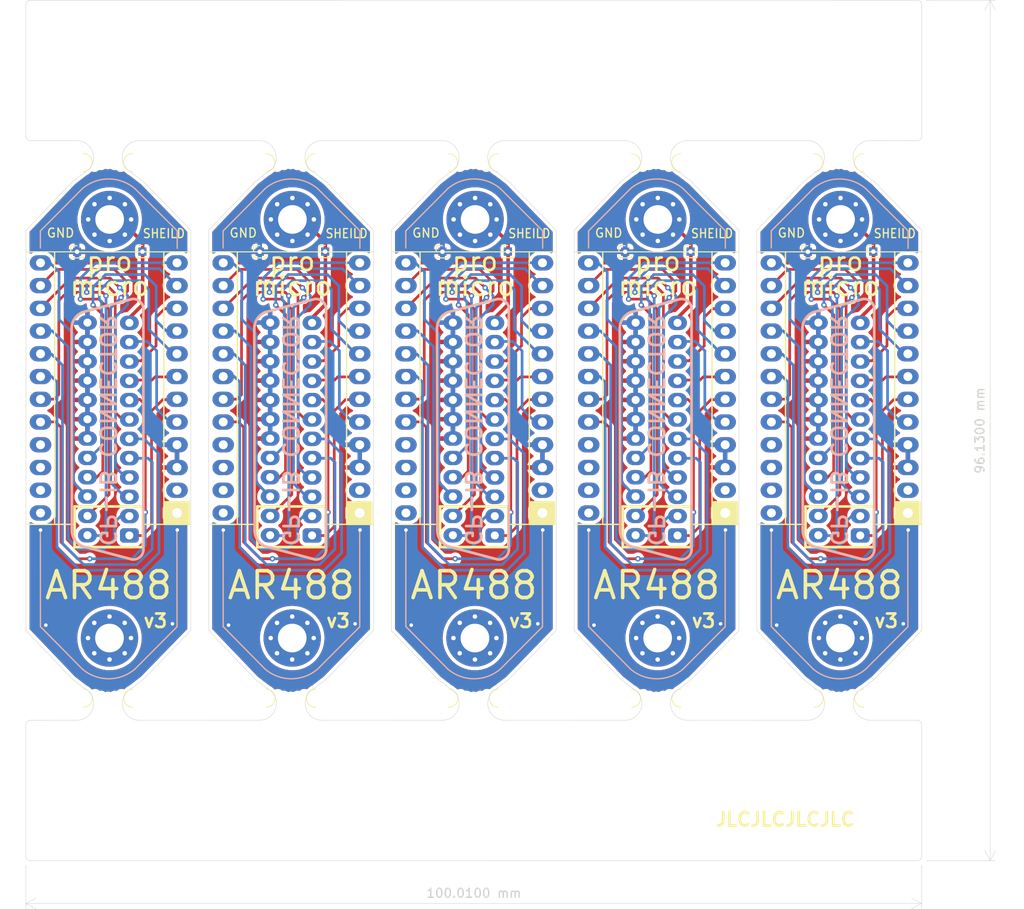
<source format=kicad_pcb>
(kicad_pcb (version 20211014) (generator pcbnew)
  (title_block (title "Pro Micro - GPIB Adapter"))
  (layers (0 "F.Cu" signal) (31 "B.Cu" signal) (34 "B.Paste" user) (35 "F.Paste" user) (36 "B.SilkS" user "B.Silkscreen") (37 "F.SilkS" user "F.Silkscreen") (38 "B.Mask" user) (39 "F.Mask" user) (44 "Edge.Cuts" user))
  (net 0 "")
  (net 1 "GPIB 1 - DIO1")
  (net 2 "GPIB 2 - DIO2")
  (net 3 "GPIB 3 - DIO3")
  (net 4 "GPIB 4 - DIO4")
  (net 5 "GPIB 5 - EOI")
  (net 6 "GPIB 6 - DAV")
  (net 7 "GPIB 7-NRFD")
  (net 8 "GPIB 8 - NDAC")
  (net 9 "GPIB 9 - IFC")
  (net 10 "GPIB 10 - SRQ")
  (net 11 "GPIB 11 - ATN")
  (net 12 "SHIELD")
  (net 13 "GPIB 13 -DIO5")
  (net 14 "GPIB 14 - DIO6")
  (net 15 "GPIB 15 - DIO7")
  (net 16 "GPIB 16 - DIO8")
  (net 17 "GPIB 17 - REN")
  (net 23 "GND")
  (footprint "Connector_PinHeader_1.00mm:PinHeader_1x01_P1.00mm_Vertical" (layer "F.Cu") (at 132.34 76)
    (fp_text reference "J8" hide)
    (fp_text value "GND")
  )
  (footprint "GPIB Apadter:mouse-bite-single-side_curve" (layer "F.Cu") (at 114.65593 125.87353)
    (fp_text reference "mouse-bite-2mm-slot1" hide)
    (fp_text value "VAL**" hide)
  )
  (footprint "Connector_PinHeader_1.00mm:PinHeader_1x01_P1.00mm_Vertical" (layer "F.Cu") (at 160.04 75.98)
    (fp_text reference "J12" hide)
    (fp_text value "SHIELD")
  )
  (footprint "MountingHole:MountingHole_3.2mm_M3_Pad_Via" (layer "F.Cu") (at 156.384 72.392)
    (fp_text reference "REF**6" hide)
    (fp_text value "MountingHole_3.2mm_M3_Pad_Via")
  )
  (footprint "GPIB Apadter:Centronics24p" (layer "F.Cu") (at 155.853045 95.791268 90)
    (fp_text reference "J10" hide)
    (fp_text value "Centronics_24p")
  )
  (footprint "Connector_PinHeader_1.00mm:PinHeader_1x01_P1.00mm_Vertical" (layer "F.Cu") (at 139.64 75.98)
    (fp_text reference "J9" hide)
    (fp_text value "SHIELD")
  )
  (footprint "GPIB Apadter:ProMicro-EnforcedTop" (layer "F.Cu") (at 115.483045 91.211268 90)
    (fp_text reference "U2" hide)
    (fp_text value "Pro_Micro_32u4")
  )
  (footprint "GPIB Apadter:mouse-bite-single-side_curve" (layer "F.Cu") (at 135.05593 125.87353)
    (fp_text reference "mouse-bite-2mm-slot3" hide)
    (fp_text value "VAL**" hide)
  )
  (footprint "MountingHole:MountingHole_3.2mm_M3_Pad_Via" (layer "F.Cu") (at 176.784 72.392)
    (fp_text reference "REF**8" hide)
    (fp_text value "MountingHole_3.2mm_M3_Pad_Via")
  )
  (footprint "GPIB Apadter:ProMicro-EnforcedTop" (layer "F.Cu") (at 156.283045 91.211268 90)
    (fp_text reference "U4" hide)
    (fp_text value "Pro_Micro_32u4")
  )
  (footprint "MountingHole:MountingHole_3.2mm_M3_Pad_Via" (layer "F.Cu") (at 176.764 119.152)
    (fp_text reference "REF**7" hide)
    (fp_text value "MountingHole_3.2mm_M3_Pad_Via")
  )
  (footprint "GPIB Apadter:mouse-bite-single-side_curve" (layer "F.Cu") (at 116.13207 66.04647 180)
    (fp_text reference "mouse-bite-2mm-slot2" hide)
    (fp_text value "VAL**" hide)
  )
  (footprint "Connector_PinHeader_1.00mm:PinHeader_1x01_P1.00mm_Vertical" (layer "F.Cu") (at 173.14 76)
    (fp_text reference "J14" hide)
    (fp_text value "GND")
  )
  (footprint "GPIB Apadter:mouse-bite-single-side_curve" (layer "F.Cu") (at 155.45593 125.87353)
    (fp_text reference "mouse-bite-2mm-slot5" hide)
    (fp_text value "VAL**" hide)
  )
  (footprint "Connector_PinHeader_1.00mm:PinHeader_1x01_P1.00mm_Vertical" (layer "F.Cu") (at 91.54 76)
    (fp_text reference "J2" hide)
    (fp_text value "GND")
  )
  (footprint "GPIB Apadter:Centronics24p" (layer "F.Cu") (at 135.453045 95.791268 90)
    (fp_text reference "J7" hide)
    (fp_text value "Centronics_24p")
  )
  (footprint "Connector_PinHeader_1.00mm:PinHeader_1x01_P1.00mm_Vertical" (layer "F.Cu") (at 111.94 76)
    (fp_text reference "J5" hide)
    (fp_text value "GND")
  )
  (footprint "MountingHole:MountingHole_3.2mm_M3_Pad_Via" (layer "F.Cu") (at 115.564 119.152)
    (fp_text reference "REF**1" hide)
    (fp_text value "MountingHole_3.2mm_M3_Pad_Via")
  )
  (footprint "GPIB Apadter:ProMicro-EnforcedTop" (layer "F.Cu") (at 135.883045 91.211268 90)
    (fp_text reference "U3" hide)
    (fp_text value "Pro_Micro_32u4")
  )
  (footprint "GPIB Apadter:mouse-bite-single-side_curve" (layer "F.Cu") (at 94.25593 125.87353)
    (fp_text reference "mouse-bite-2mm-slot" hide)
    (fp_text value "VAL**" hide)
  )
  (footprint "MountingHole:MountingHole_3.2mm_M3_Pad_Via" (layer "F.Cu") (at 135.984 72.392)
    (fp_text reference "REF**4" hide)
    (fp_text value "MountingHole_3.2mm_M3_Pad_Via")
  )
  (footprint "GPIB Apadter:Centronics24p" (layer "F.Cu") (at 94.653045 95.791268 90)
    (fp_text reference "J1" hide)
    (fp_text value "Centronics_24p")
  )
  (footprint "GPIB Apadter:mouse-bite-single-side_curve" (layer "F.Cu") (at 175.85593 125.87353)
    (fp_text reference "mouse-bite-2mm-slot7" hide)
    (fp_text value "VAL**" hide)
  )
  (footprint "GPIB Apadter:ProMicro-EnforcedTop" (layer "F.Cu") (at 95.083045 91.211268 90)
    (fp_text reference "U1" hide)
    (fp_text value "Pro_Micro_32u4")
  )
  (footprint "Connector_PinHeader_1.00mm:PinHeader_1x01_P1.00mm_Vertical" (layer "F.Cu") (at 98.84 75.98)
    (fp_text reference "J3" hide)
    (fp_text value "SHIELD")
  )
  (footprint "GPIB Apadter:mouse-bite-single-side_curve" (layer "F.Cu") (at 136.53207 66.04647 180)
    (fp_text reference "mouse-bite-2mm-slot4" hide)
    (fp_text value "VAL**" hide)
  )
  (footprint "GPIB Apadter:mouse-bite-single-side_curve" (layer "F.Cu") (at 95.73207 66.04647 180)
    (fp_text reference "mouse-bite-2mm-slot" hide)
    (fp_text value "VAL**" hide)
  )
  (footprint "MountingHole:MountingHole_3.2mm_M3_Pad_Via" (layer "F.Cu") (at 95.184 72.392)
    (fp_text reference "REF**" hide)
    (fp_text value "MountingHole_3.2mm_M3_Pad_Via")
  )
  (footprint "MountingHole:MountingHole_3.2mm_M3_Pad_Via" (layer "F.Cu") (at 95.164 119.152)
    (fp_text reference "REF**" hide)
    (fp_text value "MountingHole_3.2mm_M3_Pad_Via")
  )
  (footprint "Connector_PinHeader_1.00mm:PinHeader_1x01_P1.00mm_Vertical" (layer "F.Cu") (at 119.24 75.98)
    (fp_text reference "J6" hide)
    (fp_text value "SHIELD")
  )
  (footprint "MountingHole:MountingHole_3.2mm_M3_Pad_Via" (layer "F.Cu") (at 115.584 72.392)
    (fp_text reference "REF**2" hide)
    (fp_text value "MountingHole_3.2mm_M3_Pad_Via")
  )
  (footprint "GPIB Apadter:ProMicro-EnforcedTop" (layer "F.Cu") (at 176.683045 91.211268 90)
    (fp_text reference "U5" hide)
    (fp_text value "Pro_Micro_32u4")
  )
  (footprint "MountingHole:MountingHole_3.2mm_M3_Pad_Via" (layer "F.Cu") (at 135.964 119.152)
    (fp_text reference "REF**3" hide)
    (fp_text value "MountingHole_3.2mm_M3_Pad_Via")
  )
  (footprint "MountingHole:MountingHole_3.2mm_M3_Pad_Via" (layer "F.Cu") (at 156.364 119.152)
    (fp_text reference "REF**5" hide)
    (fp_text value "MountingHole_3.2mm_M3_Pad_Via")
  )
  (footprint "Connector_PinHeader_1.00mm:PinHeader_1x01_P1.00mm_Vertical" (layer "F.Cu") (at 180.44 75.98)
    (fp_text reference "J15" hide)
    (fp_text value "SHIELD")
  )
  (footprint "GPIB Apadter:Centronics24p" (layer "F.Cu") (at 115.053045 95.791268 90)
    (fp_text reference "J4" hide)
    (fp_text value "Centronics_24p")
  )
  (footprint "Connector_PinHeader_1.00mm:PinHeader_1x01_P1.00mm_Vertical" (layer "F.Cu") (at 152.74 76)
    (fp_text reference "J11" hide)
    (fp_text value "GND")
  )
  (footprint "GPIB Apadter:Centronics24p" (layer "F.Cu") (at 176.253045 95.791268 90)
    (fp_text reference "J13" hide)
    (fp_text value "Centronics_24p")
  )
  (footprint "GPIB Apadter:mouse-bite-single-side_curve" (layer "F.Cu") (at 156.93207 66.04647 180)
    (fp_text reference "mouse-bite-2mm-slot6" hide)
    (fp_text value "VAL**" hide)
  )
  (footprint "GPIB Apadter:mouse-bite-single-side_curve" (layer "F.Cu") (at 177.33207 66.04647 180)
    (fp_text reference "mouse-bite-2mm-slot8" hide)
    (fp_text value "VAL**" hide)
  )
  (gr_line (start 123.104 117.892) (end 123.094 107.20949) (layer "B.SilkS") (width 0.15))
  (gr_line (start 107.854 117.872) (end 112.5353 122.61871) (layer "B.SilkS") (width 0.15))
  (gr_line (start 184.324 75.611645) (end 184.324 73.642) (layer "B.SilkS") (width 0.15))
  (gr_arc (start 179.6154 122.60601) (mid 176.682505 123.697973) (end 173.743147 122.623542) (layer "B.SilkS") (width 0.15))
  (gr_line (start 87.449 75.582) (end 87.449 73.672) (layer "B.SilkS") (width 0.15))
  (gr_line (start 87.454 117.872) (end 92.1353 122.61871) (layer "B.SilkS") (width 0.15))
  (gr_line (start 184.304 117.892) (end 184.294 107.20949) (layer "B.SilkS") (width 0.15))
  (gr_line (start 87.449 73.672) (end 92.1353 68.94851) (layer "B.SilkS") (width 0.15))
  (gr_line (start 148.649 73.672) (end 153.3353 68.94851) (layer "B.SilkS") (width 0.15))
  (gr_line (start 143.504 117.892) (end 138.8154 122.60601) (layer "B.SilkS") (width 0.15))
  (gr_line (start 107.854 117.872) (end 107.849 107.152) (layer "B.SilkS") (width 0.15))
  (gr_arc (start 153.34314 68.94367) (mid 156.282505 67.869244) (end 159.215407 68.961202) (layer "B.SilkS") (width 0.15))
  (gr_line (start 123.104 117.892) (end 118.4154 122.60601) (layer "B.SilkS") (width 0.15))
  (gr_line (start 128.254 117.872) (end 132.9353 122.61871) (layer "B.SilkS") (width 0.15))
  (gr_line (start 102.704 117.892) (end 98.0154 122.60601) (layer "B.SilkS") (width 0.15))
  (gr_line (start 163.904 117.892) (end 163.894 107.20949) (layer "B.SilkS") (width 0.15))
  (gr_line (start 102.724 75.611645) (end 102.724 73.642) (layer "B.SilkS") (width 0.15))
  (gr_arc (start 98.0154 122.60601) (mid 95.082507 123.697969) (end 92.143147 122.623542) (layer "B.SilkS") (width 0.15))
  (gr_arc (start 132.94314 68.94367) (mid 135.882505 67.869244) (end 138.815407 68.961202) (layer "B.SilkS") (width 0.15))
  (gr_line (start 123.124 75.611645) (end 123.124 73.642) (layer "B.SilkS") (width 0.15))
  (gr_line (start 87.454 117.872) (end 87.449 107.152) (layer "B.SilkS") (width 0.15))
  (gr_line (start 143.504 73.642) (end 138.8281 68.97391) (layer "B.SilkS") (width 0.15))
  (gr_line (start 163.904 117.892) (end 159.2154 122.60601) (layer "B.SilkS") (width 0.15))
  (gr_line (start 163.904 73.642) (end 159.2281 68.97391) (layer "B.SilkS") (width 0.15))
  (gr_line (start 148.649 75.582) (end 148.649 73.672) (layer "B.SilkS") (width 0.15))
  (gr_line (start 184.304 73.642) (end 179.6281 68.97391) (layer "B.SilkS") (width 0.15))
  (gr_line (start 169.054 117.872) (end 173.7353 122.61871) (layer "B.SilkS") (width 0.15))
  (gr_line (start 143.504 117.892) (end 143.494 107.20949) (layer "B.SilkS") (width 0.15))
  (gr_arc (start 138.8154 122.60601) (mid 135.882505 123.697973) (end 132.943147 122.623542) (layer "B.SilkS") (width 0.15))
  (gr_line (start 107.849 75.582) (end 107.849 73.672) (layer "B.SilkS") (width 0.15))
  (gr_line (start 123.104 73.642) (end 118.4281 68.97391) (layer "B.SilkS") (width 0.15))
  (gr_arc (start 92.14314 68.94367) (mid 95.082507 67.86924) (end 98.015407 68.961202) (layer "B.SilkS") (width 0.15))
  (gr_line (start 163.924 75.611645) (end 163.924 73.642) (layer "B.SilkS") (width 0.15))
  (gr_arc (start 118.4154 122.60601) (mid 115.482505 123.697973) (end 112.543147 122.623542) (layer "B.SilkS") (width 0.15))
  (gr_arc (start 112.54314 68.94367) (mid 115.482505 67.869244) (end 118.415407 68.961202) (layer "B.SilkS") (width 0.15))
  (gr_line (start 143.524 75.611645) (end 143.524 73.642) (layer "B.SilkS") (width 0.15))
  (gr_arc (start 159.2154 122.60601) (mid 156.282505 123.697973) (end 153.343147 122.623542) (layer "B.SilkS") (width 0.15))
  (gr_line (start 169.049 75.582) (end 169.049 73.672) (layer "B.SilkS") (width 0.15))
  (gr_line (start 184.304 117.892) (end 179.6154 122.60601) (layer "B.SilkS") (width 0.15))
  (gr_line (start 128.249 73.672) (end 132.9353 68.94851) (layer "B.SilkS") (width 0.15))
  (gr_line (start 148.654 117.872) (end 148.649 107.152) (layer "B.SilkS") (width 0.15))
  (gr_line (start 169.054 117.872) (end 169.049 107.152) (layer "B.SilkS") (width 0.15))
  (gr_line (start 169.049 73.672) (end 173.7353 68.94851) (layer "B.SilkS") (width 0.15))
  (gr_line (start 148.654 117.872) (end 153.3353 122.61871) (layer "B.SilkS") (width 0.15))
  (gr_line (start 102.704 117.892) (end 102.694 107.20949) (layer "B.SilkS") (width 0.15))
  (gr_line (start 128.249 75.582) (end 128.249 73.672) (layer "B.SilkS") (width 0.15))
  (gr_arc (start 173.74314 68.94367) (mid 176.682505 67.869244) (end 179.615407 68.961202) (layer "B.SilkS") (width 0.15))
  (gr_line (start 107.849 73.672) (end 112.5353 68.94851) (layer "B.SilkS") (width 0.15))
  (gr_line (start 128.254 117.872) (end 128.249 107.152) (layer "B.SilkS") (width 0.15))
  (gr_line (start 102.704 73.642) (end 98.0281 68.97391) (layer "B.SilkS") (width 0.15))
  (gr_line (start 104.17593 76.011268) (end 85.91593 76.011268) (layer "F.SilkS") (width 0.12))
  (gr_line (start 182.833045 76.011268) (end 182.83593 106.432) (layer "F.SilkS") (width 0.15))
  (gr_line (start 116.99593 81.512) (end 116.93593 81.512) (layer "F.SilkS") (width 0.12))
  (gr_line (start 178.19593 81.512) (end 178.13593 81.512) (layer "F.SilkS") (width 0.12))
  (gr_line (start 165.37593 76.011268) (end 147.11593 76.011268) (layer "F.SilkS") (width 0.12))
  (gr_line (start 185.77593 76.011268) (end 167.51593 76.011268) (layer "F.SilkS") (width 0.12))
  (gr_line (start 142.033045 76.011268) (end 142.03593 106.432) (layer "F.SilkS") (width 0.15))
  (gr_line (start 121.633045 76.011268) (end 121.63593 106.432) (layer "F.SilkS") (width 0.15))
  (gr_line (start 129.836545 76.021268) (end 129.836545 106.431268) (layer "F.SilkS") (width 0.15))
  (gr_line (start 137.39593 81.512) (end 137.33593 81.512) (layer "F.SilkS") (width 0.12))
  (gr_line (start 150.236545 76.021268) (end 150.236545 106.431268) (layer "F.SilkS") (width 0.15))
  (gr_line (start 96.59593 81.512) (end 96.53593 81.512) (layer "F.SilkS") (width 0.12))
  (gr_line (start 162.433045 76.011268) (end 162.43593 106.432) (layer "F.SilkS") (width 0.15))
  (gr_line (start 109.436545 76.021268) (end 109.436545 106.431268) (layer "F.SilkS") (width 0.15))
  (gr_line (start 144.97593 76.011268) (end 126.71593 76.011268) (layer "F.SilkS") (width 0.12))
  (gr_line (start 124.57593 76.011268) (end 106.31593 76.011268) (layer "F.SilkS") (width 0.12))
  (gr_line (start 101.233045 76.011268) (end 101.23593 106.432) (layer "F.SilkS") (width 0.15))
  (gr_line (start 89.036545 76.021268) (end 89.036545 106.431268) (layer "F.SilkS") (width 0.15))
  (gr_line (start 157.79593 81.512) (end 157.73593 81.512) (layer "F.SilkS") (width 0.12))
  (gr_line (start 170.636545 76.021268) (end 170.636545 106.431268) (layer "F.SilkS") (width 0.15))
  (gr_line (start 86.33 128.337106) (end 91.48593 128.332) (layer "Edge.Cuts") (width 0.05))
  (gr_line (start 92.354776 67.148342) (end 91.057 68.147) (layer "Edge.Cuts") (width 0.05))
  (gr_line (start 180.10207 63.588) (end 185.346447 63.593553) (layer "Edge.Cuts") (width 0.05))
  (gr_line (start 91.051165 123.767511) (end 85.84 118.312) (layer "Edge.Cuts") (width 0.05))
  (gr_arc (start 153.56593 124.772) (mid 154.543043 126.902284) (end 152.68593 128.332) (layer "Edge.Cuts") (width 0.05))
  (gr_line (start 112.754776 67.148342) (end 111.457 68.147) (layer "Edge.Cuts") (width 0.05))
  (gr_line (start 138.42207 67.148) (end 139.736835 68.152489) (layer "Edge.Cuts") (width 0.05))
  (gr_arc (start 159.713224 128.331658) (mid 157.856064 126.901976) (end 158.833224 124.771658) (layer "Edge.Cuts") (width 0.05))
  (gr_line (start 179.233224 124.771658) (end 180.531 123.773) (layer "Edge.Cuts") (width 0.05))
  (gr_line (start 104.24593 73.608) (end 104.24593 118.312) (layer "Edge.Cuts") (width 0.05))
  (gr_arc (start 185.846447 143.523553) (mid 185.7 143.877106) (end 185.346447 144.023553) (layer "Edge.Cuts") (width 0.05))
  (gr_line (start 158.833224 124.771658) (end 160.131 123.773) (layer "Edge.Cuts") (width 0.05))
  (gr_line (start 172.657 68.147) (end 167.44 73.608) (layer "Edge.Cuts") (width 0.05))
  (gr_line (start 119.331 123.773) (end 124.64593 118.312) (layer "Edge.Cuts") (width 0.05))
  (gr_arc (start 86.33 144.02) (mid 85.976447 143.873553) (end 85.83 143.52) (layer "Edge.Cuts") (width 0.05))
  (gr_line (start 160.131 123.773) (end 165.44593 118.312) (layer "Edge.Cuts") (width 0.05))
  (gr_line (start 86.33 47.907106) (end 185.346447 47.903553) (layer "Edge.Cuts") (width 0.05))
  (gr_line (start 153.56593 124.772) (end 152.251165 123.767511) (layer "Edge.Cuts") (width 0.05))
  (gr_line (start 159.713224 128.331658) (end 173.08593 128.332) (layer "Edge.Cuts") (width 0.05))
  (gr_line (start 153.554776 67.148342) (end 152.257 68.147) (layer "Edge.Cuts") (width 0.05))
  (gr_arc (start 118.913224 128.331658) (mid 117.056064 126.901976) (end 118.033224 124.771658) (layer "Edge.Cuts") (width 0.05))
  (gr_line (start 98.936835 68.152489) (end 104.24593 73.608) (layer "Edge.Cuts") (width 0.05))
  (gr_line (start 180.536835 68.152489) (end 185.84593 73.608) (layer "Edge.Cuts") (width 0.05))
  (gr_line (start 180.113224 128.331658) (end 185.36 128.333553) (layer "Edge.Cuts") (width 0.05))
  (gr_line (start 139.736835 68.152489) (end 145.04593 73.608) (layer "Edge.Cuts") (width 0.05))
  (gr_line (start 185.846447 143.523553) (end 185.846447 128.833553) (layer "Edge.Cuts") (width 0.05))
  (gr_line (start 126.64 73.608) (end 126.64 118.312) (layer "Edge.Cuts") (width 0.05))
  (gr_line (start 118.913224 128.331658) (end 132.28593 128.332) (layer "Edge.Cuts") (width 0.05))
  (gr_line (start 86.33 144.02) (end 185.346447 144.023553) (layer "Edge.Cuts") (width 0.05))
  (gr_arc (start 173.96593 124.772) (mid 174.943043 126.902284) (end 173.08593 128.332) (layer "Edge.Cuts") (width 0.05))
  (gr_line (start 118.02207 67.148) (end 119.336835 68.152489) (layer "Edge.Cuts") (width 0.05))
  (gr_arc (start 180.113224 128.331658) (mid 178.256064 126.901976) (end 179.233224 124.771658) (layer "Edge.Cuts") (width 0.05))
  (gr_line (start 119.336835 68.152489) (end 124.64593 73.608) (layer "Edge.Cuts") (width 0.05))
  (gr_line (start 160.136835 68.152489) (end 165.44593 73.608) (layer "Edge.Cuts") (width 0.05))
  (gr_line (start 173.96593 124.772) (end 172.651165 123.767511) (layer "Edge.Cuts") (width 0.05))
  (gr_arc (start 132.274776 63.588342) (mid 134.131936 65.018024) (end 133.154776 67.148342) (layer "Edge.Cuts") (width 0.05))
  (gr_arc (start 92.36593 124.772) (mid 93.343073 126.902305) (end 91.48593 128.332) (layer "Edge.Cuts") (width 0.05))
  (gr_line (start 185.846447 63.093553) (end 185.846447 48.403553) (layer "Edge.Cuts") (width 0.05))
  (gr_line (start 98.931 123.773) (end 104.24593 118.312) (layer "Edge.Cuts") (width 0.05))
  (gr_arc (start 138.42207 67.148) (mid 137.444957 65.017716) (end 139.30207 63.588) (layer "Edge.Cuts") (width 0.05))
  (gr_line (start 111.451165 123.767511) (end 106.24 118.312) (layer "Edge.Cuts") (width 0.05))
  (gr_line (start 179.22207 67.148) (end 180.536835 68.152489) (layer "Edge.Cuts") (width 0.05))
  (gr_line (start 97.633224 124.771658) (end 98.931 123.773) (layer "Edge.Cuts") (width 0.05))
  (gr_arc (start 185.346447 47.903553) (mid 185.7 48.05) (end 185.846447 48.403553) (layer "Edge.Cuts") (width 0.05))
  (gr_line (start 92.36593 124.772) (end 91.051165 123.767511) (layer "Edge.Cuts") (width 0.05))
  (gr_arc (start 98.513224 128.331658) (mid 96.65608 126.901963) (end 97.633224 124.771658) (layer "Edge.Cuts") (width 0.05))
  (gr_line (start 133.16593 124.772) (end 131.851165 123.767511) (layer "Edge.Cuts") (width 0.05))
  (gr_arc (start 139.313224 128.331658) (mid 137.456064 126.901976) (end 138.433224 124.771658) (layer "Edge.Cuts") (width 0.05))
  (gr_arc (start 185.846447 63.093553) (mid 185.7 63.447106) (end 185.346447 63.593553) (layer "Edge.Cuts") (width 0.05))
  (gr_line (start 185.84593 73.608) (end 185.84593 118.312) (layer "Edge.Cuts") (width 0.05))
  (gr_line (start 147.04 73.608) (end 147.04 118.312) (layer "Edge.Cuts") (width 0.05))
  (gr_line (start 152.251165 123.767511) (end 147.04 118.312) (layer "Edge.Cuts") (width 0.05))
  (gr_line (start 139.731 123.773) (end 145.04593 118.312) (layer "Edge.Cuts") (width 0.05))
  (gr_line (start 145.04593 73.608) (end 145.04593 118.312) (layer "Edge.Cuts") (width 0.05))
  (gr_line (start 97.62207 67.148) (end 98.936835 68.152489) (layer "Edge.Cuts") (width 0.05))
  (gr_line (start 167.44 73.608) (end 167.44 118.312) (layer "Edge.Cuts") (width 0.05))
  (gr_line (start 165.44593 73.608) (end 165.44593 118.312) (layer "Edge.Cuts") (width 0.05))
  (gr_line (start 131.851165 123.767511) (end 126.64 118.312) (layer "Edge.Cuts") (width 0.05))
  (gr_line (start 118.033224 124.771658) (end 119.331 123.773) (layer "Edge.Cuts") (width 0.05))
  (gr_line (start 133.154776 67.148342) (end 131.857 68.147) (layer "Edge.Cuts") (width 0.05))
  (gr_line (start 118.90207 63.588) (end 132.274776 63.588342) (layer "Edge.Cuts") (width 0.05))
  (gr_arc (start 158.82207 67.148) (mid 157.844957 65.017716) (end 159.70207 63.588) (layer "Edge.Cuts") (width 0.05))
  (gr_line (start 85.84 73.608) (end 85.84 118.312) (layer "Edge.Cuts") (width 0.05))
  (gr_arc (start 85.83 48.407106) (mid 85.976447 48.053553) (end 86.33 47.907106) (layer "Edge.Cuts") (width 0.05))
  (gr_line (start 98.513224 128.331658) (end 111.88593 128.332) (layer "Edge.Cuts") (width 0.05))
  (gr_line (start 180.531 123.773) (end 185.84593 118.312) (layer "Edge.Cuts") (width 0.05))
  (gr_arc (start 111.874776 63.588342) (mid 113.731936 65.018024) (end 112.754776 67.148342) (layer "Edge.Cuts") (width 0.05))
  (gr_line (start 158.82207 67.148) (end 160.136835 68.152489) (layer "Edge.Cuts") (width 0.05))
  (gr_line (start 152.257 68.147) (end 147.04 73.608) (layer "Edge.Cuts") (width 0.05))
  (gr_arc (start 86.33 63.59) (mid 85.976447 63.443553) (end 85.83 63.09) (layer "Edge.Cuts") (width 0.05))
  (gr_arc (start 91.474776 63.588342) (mid 93.33192 65.018037) (end 92.354776 67.148342) (layer "Edge.Cuts") (width 0.05))
  (gr_line (start 131.857 68.147) (end 126.64 73.608) (layer "Edge.Cuts") (width 0.05))
  (gr_line (start 111.457 68.147) (end 106.24 73.608) (layer "Edge.Cuts") (width 0.05))
  (gr_line (start 86.33 63.59) (end 91.474776 63.588342) (layer "Edge.Cuts") (width 0.05))
  (gr_arc (start 173.074776 63.588342) (mid 174.931936 65.018024) (end 173.954776 67.148342) (layer "Edge.Cuts") (width 0.05))
  (gr_line (start 139.30207 63.588) (end 152.674776 63.588342) (layer "Edge.Cuts") (width 0.05))
  (gr_arc (start 85.83 128.837106) (mid 85.976447 128.483553) (end 86.33 128.337106) (layer "Edge.Cuts") (width 0.05))
  (gr_line (start 98.50207 63.588) (end 111.874776 63.588342) (layer "Edge.Cuts") (width 0.05))
  (gr_line (start 172.651165 123.767511) (end 167.44 118.312) (layer "Edge.Cuts") (width 0.05))
  (gr_arc (start 133.16593 124.772) (mid 134.143043 126.902284) (end 132.28593 128.332) (layer "Edge.Cuts") (width 0.05))
  (gr_line (start 85.83 128.837106) (end 85.83 143.52) (layer "Edge.Cuts") (width 0.05))
  (gr_line (start 124.64593 73.608) (end 124.64593 118.312) (layer "Edge.Cuts") (width 0.05))
  (gr_arc (start 97.62207 67.148) (mid 96.644927 65.017695) (end 98.50207 63.588) (layer "Edge.Cuts") (width 0.05))
  (gr_arc (start 118.02207 67.148) (mid 117.044957 65.017716) (end 118.90207 63.588) (layer "Edge.Cuts") (width 0.05))
  (gr_line (start 112.76593 124.772) (end 111.451165 123.767511) (layer "Edge.Cuts") (width 0.05))
  (gr_arc (start 152.674776 63.588342) (mid 154.531936 65.018024) (end 153.554776 67.148342) (layer "Edge.Cuts") (width 0.05))
  (gr_line (start 139.313224 128.331658) (end 152.68593 128.332) (layer "Edge.Cuts") (width 0.05))
  (gr_arc (start 112.76593 124.772) (mid 113.743043 126.902284) (end 111.88593 128.332) (layer "Edge.Cuts") (width 0.05))
  (gr_line (start 173.954776 67.148342) (end 172.657 68.147) (layer "Edge.Cuts") (width 0.05))
  (gr_line (start 106.24 73.608) (end 106.24 118.312) (layer "Edge.Cuts") (width 0.05))
  (gr_line (start 91.057 68.147) (end 85.84 73.608) (layer "Edge.Cuts") (width 0.05))
  (gr_arc (start 179.22207 67.148) (mid 178.244957 65.017716) (end 180.10207 63.588) (layer "Edge.Cuts") (width 0.05))
  (gr_line (start 85.83 48.407106) (end 85.83 63.09) (layer "Edge.Cuts") (width 0.05))
  (gr_line (start 159.70207 63.588) (end 173.074776 63.588342) (layer "Edge.Cuts") (width 0.05))
  (gr_arc (start 185.346447 128.333553) (mid 185.7 128.48) (end 185.846447 128.833553) (layer "Edge.Cuts") (width 0.05))
  (gr_line (start 138.433224 124.771658) (end 139.731 123.773) (layer "Edge.Cuts") (width 0.05))
  (gr_text "v3" (at 120.694 117.232) (layer "F.SilkS") (effects (font (size 1.5 1.5) (thickness 0.3))))
  (gr_text "GND" (at 110.1 73.9) (layer "F.SilkS") (effects (font (size 1 1))))
  (gr_text "GND" (at 89.7 73.9) (layer "F.SilkS") (effects (font (size 1 1))))
  (gr_text "SHEILD\n\n" (at 182.84 74.77) (layer "F.SilkS") (effects (font (size 1 0.9))))
  (gr_text "micro" (at 156.37 79.85) (layer "F.SilkS") (effects (font (size 2.1 2.1) (thickness 0.3))))
  (gr_text "micro" (at 176.77 79.85) (layer "F.SilkS") (effects (font (size 2.1 2.1) (thickness 0.3))))
  (gr_text "GND" (at 150.9 73.9) (layer "F.SilkS") (effects (font (size 1 1))))
  (gr_text "micro" (at 95.17 79.85) (layer "F.SilkS") (effects (font (size 2.1 2.1) (thickness 0.3))))
  (gr_text "pro" (at 95.17 77.09) (layer "F.SilkS") (effects (font (size 2.1 2.1) (thickness 0.3))))
  (gr_text "pro" (at 115.57 77.09) (layer "F.SilkS") (effects (font (size 2.1 2.1) (thickness 0.3))))
  (gr_text "SHEILD\n\n" (at 121.64 74.77) (layer "F.SilkS") (effects (font (size 1 0.9))))
  (gr_text "GND" (at 171.3 73.9) (layer "F.SilkS") (effects (font (size 1 1))))
  (gr_text "v3" (at 100.294 117.232) (layer "F.SilkS") (effects (font (size 1.5 1.5) (thickness 0.3))))
  (gr_text "AR488" (at 176.644 113.262) (layer "F.SilkS") (effects (font (size 3 3) (thickness 0.4))))
  (gr_text "SHEILD\n\n" (at 142.04 74.77) (layer "F.SilkS") (effects (font (size 1 0.9))))
  (gr_text "AR488" (at 135.844 113.262) (layer "F.SilkS") (effects (font (size 3 3) (thickness 0.4))))
  (gr_text "GND" (at 130.5 73.9) (layer "F.SilkS") (effects (font (size 1 1))))
  (gr_text "SHEILD\n\n" (at 101.24 74.77) (layer "F.SilkS") (effects (font (size 1 0.9))))
  (gr_text "pro" (at 135.97 77.09) (layer "F.SilkS") (effects (font (size 2.1 2.1) (thickness 0.3))))
  (gr_text "AR488" (at 156.244 113.262) (layer "F.SilkS") (effects (font (size 3 3) (thickness 0.4))))
  (gr_text "micro" (at 135.97 79.85) (layer "F.SilkS") (effects (font (size 2.1 2.1) (thickness 0.3))))
  (gr_text "JLCJLCJLCJLC" (at 170.600003 139.412) (layer "F.SilkS") (effects (font (size 1.5 1.5) (thickness 0.3))))
  (gr_text "v3" (at 141.094 117.232) (layer "F.SilkS") (effects (font (size 1.5 1.5) (thickness 0.3))))
  (gr_text "AR488" (at 95.044 113.262) (layer "F.SilkS") (effects (font (size 3 3) (thickness 0.4))))
  (gr_text "v3" (at 161.494 117.232) (layer "F.SilkS") (effects (font (size 1.5 1.5) (thickness 0.3))))
  (gr_text "pro" (at 176.77 77.09) (layer "F.SilkS") (effects (font (size 2.1 2.1) (thickness 0.3))))
  (gr_text "AR488" (at 115.444 113.262) (layer "F.SilkS") (effects (font (size 3 3) (thickness 0.4))))
  (gr_text "pro" (at 156.37 77.09) (layer "F.SilkS") (effects (font (size 2.1 2.1) (thickness 0.3))))
  (gr_text "micro" (at 115.57 79.85) (layer "F.SilkS") (effects (font (size 2.1 2.1) (thickness 0.3))))
  (gr_text "SHEILD\n\n" (at 162.44 74.77) (layer "F.SilkS") (effects (font (size 1 0.9))))
  (gr_text "v3" (at 181.894 117.232) (layer "F.SilkS") (effects (font (size 1.5 1.5) (thickness 0.3))))
  (dimension (type aligned) (layer "Edge.Cuts") (pts (xy 185.84593 144.032) (xy 185.84593 47.902)) (height 7.64) (gr_text "96,1300 mm" (at 192.33593 95.967 90) (layer "Edge.Cuts") (effects (font (size 1 1) (thickness 0.15)))) (format (units 3) (units_format 1) (precision 4)) (style (thickness 0.05) (arrow_length 1.27) (text_position_mode 0) (extension_height 0.58642) (extension_offset 0.5) keep_text_aligned))
  (dimension (type aligned) (layer "Edge.Cuts") (pts (xy 85.83593 144.032) (xy 185.84593 144.032)) (height 4.77) (gr_text "100,0100 mm" (at 135.84093 147.652) (layer "Edge.Cuts") (effects (font (size 1 1) (thickness 0.15)))) (format (units 3) (units_format 1) (precision 4)) (style (thickness 0.05) (arrow_length 1.27) (text_position_mode 0) (extension_height 0.58642) (extension_offset 0.5) keep_text_aligned))
  (segment (start 101.116662 92.521268) (end 102.789045 92.521268) (width 0.3) (layer "F.Cu") (net 1))
  (segment (start 99.859045 93.778885) (end 101.116662 92.521268) (width 0.3) (layer "F.Cu") (net 1))
  (segment (start 99.859045 106.690768) (end 99.859045 93.778885) (width 0.3) (layer "F.Cu") (net 1))
  (segment (start 179.109755 107.706768) (end 180.443045 107.706768) (width 0.3) (layer "F.Cu") (net 1))
  (segment (start 158.708345 107.708178) (end 158.709755 107.706768) (width 0.3) (layer "F.Cu") (net 1))
  (segment (start 117.909755 107.706768) (end 119.243045 107.706768) (width 0.3) (layer "F.Cu") (net 1))
  (segment (start 140.659045 93.778885) (end 141.916662 92.521268) (width 0.3) (layer "F.Cu") (net 1))
  (segment (start 119.243045 107.706768) (end 120.259045 106.690768) (width 0.3) (layer "F.Cu") (net 1))
  (segment (start 138.308345 107.708178) (end 138.309755 107.706768) (width 0.3) (layer "F.Cu") (net 1))
  (segment (start 179.108345 107.708178) (end 179.109755 107.706768) (width 0.3) (layer "F.Cu") (net 1))
  (segment (start 180.443045 107.706768) (end 181.459045 106.690768) (width 0.3) (layer "F.Cu") (net 1))
  (segment (start 158.709755 107.706768) (end 160.043045 107.706768) (width 0.3) (layer "F.Cu") (net 1))
  (segment (start 120.259045 106.690768) (end 120.259045 93.778885) (width 0.3) (layer "F.Cu") (net 1))
  (segment (start 140.659045 106.690768) (end 140.659045 93.778885) (width 0.3) (layer "F.Cu") (net 1))
  (segment (start 182.716662 92.521268) (end 184.389045 92.521268) (width 0.3) (layer "F.Cu") (net 1))
  (segment (start 138.309755 107.706768) (end 139.643045 107.706768) (width 0.3) (layer "F.Cu") (net 1))
  (segment (start 160.043045 107.706768) (end 161.059045 106.690768) (width 0.3) (layer "F.Cu") (net 1))
  (segment (start 117.908345 107.708178) (end 117.909755 107.706768) (width 0.3) (layer "F.Cu") (net 1))
  (segment (start 161.059045 106.690768) (end 161.059045 93.778885) (width 0.3) (layer "F.Cu") (net 1))
  (segment (start 141.916662 92.521268) (end 143.589045 92.521268) (width 0.3) (layer "F.Cu") (net 1))
  (segment (start 139.643045 107.706768) (end 140.659045 106.690768) (width 0.3) (layer "F.Cu") (net 1))
  (segment (start 97.509755 107.706768) (end 98.843045 107.706768) (width 0.3) (layer "F.Cu") (net 1))
  (segment (start 97.508345 107.708178) (end 97.509755 107.706768) (width 0.3) (layer "F.Cu") (net 1))
  (segment (start 181.459045 106.690768) (end 181.459045 93.778885) (width 0.3) (layer "F.Cu") (net 1))
  (segment (start 98.843045 107.706768) (end 99.859045 106.690768) (width 0.3) (layer "F.Cu") (net 1))
  (segment (start 181.459045 93.778885) (end 182.716662 92.521268) (width 0.3) (layer "F.Cu") (net 1))
  (segment (start 121.516662 92.521268) (end 123.189045 92.521268) (width 0.3) (layer "F.Cu") (net 1))
  (segment (start 162.316662 92.521268) (end 163.989045 92.521268) (width 0.3) (layer "F.Cu") (net 1))
  (segment (start 161.059045 93.778885) (end 162.316662 92.521268) (width 0.3) (layer "F.Cu") (net 1))
  (segment (start 120.259045 93.778885) (end 121.516662 92.521268) (width 0.3) (layer "F.Cu") (net 1))
  (segment (start 94.567162 109.230768) (end 91.731045 109.230768) (width 0.3) (layer "B.Cu") (net 2))
  (segment (start 95.71593 106.232) (end 95.71593 108.082) (width 0.3) (layer "B.Cu") (net 2))
  (segment (start 138.290435 105.531268) (end 137.216662 105.531268) (width 0.3) (layer "B.Cu") (net 2))
  (segment (start 91.731045 109.230768) (end 90.54593 108.045653) (width 0.3) (layer "B.Cu") (net 2))
  (segment (start 114.967162 109.230768) (end 112.131045 109.230768) (width 0.3) (layer "B.Cu") (net 2))
  (segment (start 176.167162 109.230768) (end 173.331045 109.230768) (width 0.3) (layer "B.Cu") (net 2))
  (segment (start 97.490435 105.531268) (end 96.416662 105.531268) (width 0.3) (layer "B.Cu") (net 2))
  (segment (start 110.94593 86.622) (end 109.170698 84.846768) (width 0.3) (layer "B.Cu") (net 2))
  (segment (start 172.14593 108.045653) (end 172.14593 86.622) (width 0.3) (layer "B.Cu") (net 2))
  (segment (start 155.767162 109.230768) (end 152.931045 109.230768) (width 0.3) (layer "B.Cu") (net 2))
  (segment (start 96.416662 105.531268) (end 95.71593 106.232) (width 0.3) (layer "B.Cu") (net 2))
  (segment (start 95.71593 108.082) (end 94.567162 109.230768) (width 0.3) (layer "B.Cu") (net 2))
  (segment (start 156.91593 108.082) (end 155.767162 109.230768) (width 0.3) (layer "B.Cu") (net 2))
  (segment (start 137.216662 105.531268) (end 136.51593 106.232) (width 0.3) (layer "B.Cu") (net 2))
  (segment (start 129.570698 84.846768) (end 128.276545 84.846768) (width 0.3) (layer "B.Cu") (net 2))
  (segment (start 109.170698 84.846768) (end 107.876545 84.846768) (width 0.3) (layer "B.Cu") (net 2))
  (segment (start 170.370698 84.846768) (end 169.076545 84.846768) (width 0.3) (layer "B.Cu") (net 2))
  (segment (start 152.931045 109.230768) (end 151.74593 108.045653) (width 0.3) (layer "B.Cu") (net 2))
  (segment (start 177.31593 106.232) (end 177.31593 108.082) (width 0.3) (layer "B.Cu") (net 2))
  (segment (start 116.11593 106.232) (end 116.11593 108.082) (width 0.3) (layer "B.Cu") (net 2))
  (segment (start 158.690435 105.531268) (end 157.616662 105.531268) (width 0.3) (layer "B.Cu") (net 2))
  (segment (start 116.11593 108.082) (end 114.967162 109.230768) (width 0.3) (layer "B.Cu") (net 2))
  (segment (start 136.51593 106.232) (end 136.51593 108.082) (width 0.3) (layer "B.Cu") (net 2))
  (segment (start 177.31593 108.082) (end 176.167162 109.230768) (width 0.3) (layer "B.Cu") (net 2))
  (segment (start 132.531045 109.230768) (end 131.34593 108.045653) (width 0.3) (layer "B.Cu") (net 2))
  (segment (start 116.816662 105.531268) (end 116.11593 106.232) (width 0.3) (layer "B.Cu") (net 2))
  (segment (start 117.890435 105.531268) (end 116.816662 105.531268) (width 0.3) (layer "B.Cu") (net 2))
  (segment (start 110.94593 108.045653) (end 110.94593 86.622) (width 0.3) (layer "B.Cu") (net 2))
  (segment (start 172.14593 86.622) (end 170.370698 84.846768) (width 0.3) (layer "B.Cu") (net 2))
  (segment (start 151.74593 86.622) (end 149.970698 84.846768) (width 0.3) (layer "B.Cu") (net 2))
  (segment (start 136.51593 108.082) (end 135.367162 109.230768) (width 0.3) (layer "B.Cu") (net 2))
  (segment (start 179.090435 105.531268) (end 178.016662 105.531268) (width 0.3) (layer "B.Cu") (net 2))
  (segment (start 178.016662 105.531268) (end 177.31593 106.232) (width 0.3) (layer "B.Cu") (net 2))
  (segment (start 131.34593 108.045653) (end 131.34593 86.622) (width 0.3) (layer "B.Cu") (net 2))
  (segment (start 135.367162 109.230768) (end 132.531045 109.230768) (width 0.3) (layer "B.Cu") (net 2))
  (segment (start 90.54593 108.045653) (end 90.54593 86.622) (width 0.3) (layer "B.Cu") (net 2))
  (segment (start 90.54593 86.622) (end 88.770698 84.846768) (width 0.3) (layer "B.Cu") (net 2))
  (segment (start 156.91593 106.232) (end 156.91593 108.082) (width 0.3) (layer "B.Cu") (net 2))
  (segment (start 149.970698 84.846768) (end 148.676545 84.846768) (width 0.3) (layer "B.Cu") (net 2))
  (segment (start 131.34593 86.622) (end 129.570698 84.846768) (width 0.3) (layer "B.Cu") (net 2))
  (segment (start 151.74593 108.045653) (end 151.74593 86.622) (width 0.3) (layer "B.Cu") (net 2))
  (segment (start 112.131045 109.230768) (end 110.94593 108.045653) (width 0.3) (layer "B.Cu") (net 2))
  (segment (start 88.770698 84.846768) (end 87.476545 84.846768) (width 0.3) (layer "B.Cu") (net 2))
  (segment (start 173.331045 109.230768) (end 172.14593 108.045653) (width 0.3) (layer "B.Cu") (net 2))
  (segment (start 157.616662 105.531268) (end 156.91593 106.232) (width 0.3) (layer "B.Cu") (net 2))
  (segment (start 178.792045 79.449268) (end 178.792045 80.388885) (width 0.3) (layer "F.Cu") (net 3))
  (segment (start 128.276545 79.766768) (end 130.071313 77.972) (width 0.3) (layer "F.Cu") (net 3))
  (segment (start 89.271313 77.972) (end 95.714777 77.972) (width 0.3) (layer "F.Cu") (net 3))
  (segment (start 177.314777 77.972) (end 178.792045 79.449268) (width 0.3) (layer "F.Cu") (net 3))
  (segment (start 178.792045 80.388885) (end 178.05593 81.125) (width 0.3) (layer "F.Cu") (net 3))
  (segment (start 170.871313 77.972) (end 177.314777 77.972) (width 0.3) (layer "F.Cu") (net 3))
  (segment (start 107.876545 79.766768) (end 109.671313 77.972) (width 0.3) (layer "F.Cu") (net 3))
  (segment (start 158.392045 79.449268) (end 158.392045 80.388885) (width 0.3) (layer "F.Cu") (net 3))
  (segment (start 95.714777 77.972) (end 97.192045 79.449268) (width 0.3) (layer "F.Cu") (net 3))
  (segment (start 150.471313 77.972) (end 156.914777 77.972) (width 0.3) (layer "F.Cu") (net 3))
  (segment (start 137.992045 79.449268) (end 137.992045 80.388885) (width 0.3) (layer "F.Cu") (net 3))
  (segment (start 87.476545 79.766768) (end 89.271313 77.972) (width 0.3) (layer "F.Cu") (net 3))
  (segment (start 148.676545 79.766768) (end 150.471313 77.972) (width 0.3) (layer "F.Cu") (net 3))
  (segment (start 130.071313 77.972) (end 136.514777 77.972) (width 0.3) (layer "F.Cu") (net 3))
  (segment (start 116.114777 77.972) (end 117.592045 79.449268) (width 0.3) (layer "F.Cu") (net 3))
  (segment (start 169.076545 79.766768) (end 170.871313 77.972) (width 0.3) (layer "F.Cu") (net 3))
  (segment (start 136.514777 77.972) (end 137.992045 79.449268) (width 0.3) (layer "F.Cu") (net 3))
  (segment (start 97.192045 80.388885) (end 96.45593 81.125) (width 0.3) (layer "F.Cu") (net 3))
  (segment (start 97.192045 79.449268) (end 97.192045 80.388885) (width 0.3) (layer "F.Cu") (net 3))
  (segment (start 137.992045 80.388885) (end 137.25593 81.125) (width 0.3) (layer "F.Cu") (net 3))
  (segment (start 117.592045 79.449268) (end 117.592045 80.388885) (width 0.3) (layer "F.Cu") (net 3))
  (segment (start 156.914777 77.972) (end 158.392045 79.449268) (width 0.3) (layer "F.Cu") (net 3))
  (segment (start 117.592045 80.388885) (end 116.85593 81.125) (width 0.3) (layer "F.Cu") (net 3))
  (segment (start 158.392045 80.388885) (end 157.65593 81.125) (width 0.3) (layer "F.Cu") (net 3))
  (segment (start 109.671313 77.972) (end 116.114777 77.972) (width 0.3) (layer "F.Cu") (net 3))
  (via (at 96.45593 81.125) (size 0.6) (drill 0.3) (layers "F.Cu" "B.Cu") (net 3))
  (via (at 178.05593 81.125) (size 0.6) (drill 0.3) (layers "F.Cu" "B.Cu") (net 3))
  (via (at 137.25593 81.125) (size 0.6) (drill 0.3) (layers "F.Cu" "B.Cu") (net 3))
  (via (at 157.65593 81.125) (size 0.6) (drill 0.3) (layers "F.Cu" "B.Cu") (net 3))
  (via (at 116.85593 81.125) (size 0.6) (drill 0.3) (layers "F.Cu" "B.Cu") (net 3))
  (segment (start 137.519198 103.325268) (end 138.182545 103.325268) (width 0.3) (layer "B.Cu") (net 3))
  (segment (start 117.783045 103.372268) (end 117.192268 103.372268) (width 0.3) (layer "B.Cu") (net 3))
  (segment (start 158.052268 103.372268) (end 156.50593 101.82593) (width 0.3) (layer "B.Cu") (net 3))
  (segment (start 96.872268 103.372268) (end 95.30593 101.80593) (width 0.3) (layer "B.Cu") (net 3))
  (segment (start 137.592268 103.372268) (end 136.10593 101.88593) (width 0.3) (layer "B.Cu") (net 3))
  (segment (start 97.383045 103.372268) (end 96.872268 103.372268) (width 0.3) (layer "B.Cu") (net 3))
  (segment (start 95.30593 82.275) (end 96.45593 81.125) (width 0.3) (layer "B.Cu") (net 3))
  (segment (start 158.583045 103.372268) (end 158.052268 103.372268) (width 0.3) (layer "B.Cu") (net 3))
  (segment (start 176.91 101.91) (end 178.325268 103.325268) (width 0.3) (layer "B.Cu") (net 3))
  (segment (start 138.183045 103.372268) (end 137.592268 103.372268) (width 0.3) (layer "B.Cu") (net 3))
  (segment (start 157.919198 103.325268) (end 158.582545 103.325268) (width 0.3) (layer "B.Cu") (net 3))
  (segment (start 96.719198 103.325268) (end 97.382545 103.325268) (width 0.3) (layer "B.Cu") (net 3))
  (segment (start 156.50593 82.275) (end 157.65593 81.125) (width 0.3) (layer "B.Cu") (net 3))
  (segment (start 178.325268 103.325268) (end 178.982545 103.325268) (width 0.3) (layer "B.Cu") (net 3))
  (segment (start 117.192268 103.372268) (end 115.70593 101.88593) (width 0.3) (layer "B.Cu") (net 3))
  (segment (start 156.50593 101.82593) (end 156.50593 82.275) (width 0.3) (layer "B.Cu") (net 3))
  (segment (start 136.10593 82.275) (end 137.25593 81.125) (width 0.3) (layer "B.Cu") (net 3))
  (segment (start 176.90593 101.872) (end 176.90593 82.275) (width 0.3) (layer "B.Cu") (net 3))
  (segment (start 115.70593 82.275) (end 116.85593 81.125) (width 0.3) (layer "B.Cu") (net 3))
  (segment (start 117.119198 103.325268) (end 117.782545 103.325268) (width 0.3) (layer "B.Cu") (net 3))
  (segment (start 136.10593 101.88593) (end 136.10593 82.275) (width 0.3) (layer "B.Cu") (net 3))
  (segment (start 115.70593 101.88593) (end 115.70593 82.275) (width 0.3) (layer "B.Cu") (net 3))
  (segment (start 95.30593 101.80593) (end 95.30593 82.275) (width 0.3) (layer "B.Cu") (net 3))
  (segment (start 176.91 101.88) (end 176.91 101.91) (width 0.3) (layer "B.Cu") (net 3))
  (segment (start 176.90593 82.275) (end 178.05593 81.125) (width 0.3) (layer "B.Cu") (net 3))
  (segment (start 131.656662 78.941268) (end 128.291162 82.306768) (width 0.3) (layer "F.Cu") (net 4))
  (segment (start 96.303045 80.021268) (end 95.223045 78.941268) (width 0.3) (layer "F.Cu") (net 4))
  (segment (start 176.823045 78.941268) (end 172.456662 78.941268) (width 0.3) (layer "F.Cu") (net 4))
  (segment (start 111.256662 78.941268) (end 107.891162 82.306768) (width 0.3) (layer "F.Cu") (net 4))
  (segment (start 107.891162 82.306768) (end 107.876545 82.306768) (width 0.3) (layer "F.Cu") (net 4))
  (segment (start 156.423045 78.941268) (end 152.056662 78.941268) (width 0.3) (layer "F.Cu") (net 4))
  (segment (start 152.056662 78.941268) (end 148.691162 82.306768) (width 0.3) (layer "F.Cu") (net 4))
  (segment (start 90.856662 78.941268) (end 87.491162 82.306768) (width 0.3) (layer "F.Cu") (net 4))
  (segment (start 177.903045 80.021268) (end 176.823045 78.941268) (width 0.3) (layer "F.Cu") (net 4))
  (segment (start 95.223045 78.941268) (end 90.856662 78.941268) (width 0.3) (layer "F.Cu") (net 4))
  (segment (start 87.491162 82.306768) (end 87.476545 82.306768) (width 0.3) (layer "F.Cu") (net 4))
  (segment (start 136.023045 78.941268) (end 131.656662 78.941268) (width 0.3) (layer "F.Cu") (net 4))
  (segment (start 137.103045 80.021268) (end 136.023045 78.941268) (width 0.3) (layer "F.Cu") (net 4))
  (segment (start 169.091162 82.306768) (end 169.076545 82.306768) (width 0.3) (layer "F.Cu") (net 4))
  (segment (start 172.456662 78.941268) (end 169.091162 82.306768) (width 0.3) (layer "F.Cu") (net 4))
  (segment (start 128.291162 82.306768) (end 128.276545 82.306768) (width 0.3) (layer "F.Cu") (net 4))
  (segment (start 148.691162 82.306768) (end 148.676545 82.306768) (width 0.3) (layer "F.Cu") (net 4))
  (segment (start 115.623045 78.941268) (end 111.256662 78.941268) (width 0.3) (layer "F.Cu") (net 4))
  (segment (start 116.703045 80.021268) (end 115.623045 78.941268) (width 0.3) (layer "F.Cu") (net 4))
  (segment (start 157.503045 80.021268) (end 156.423045 78.941268) (width 0.3) (layer "F.Cu") (net 4))
  (via (at 137.103295 80.021018) (size 0.6) (drill 0.3) (layers "F.Cu" "B.Cu") (net 4))
  (via (at 177.903295 80.021018) (size 0.6) (drill 0.3) (layers "F.Cu" "B.Cu") (net 4))
  (via (at 157.503295 80.021018) (size 0.6) (drill 0.3) (layers "F.Cu" "B.Cu") (net 4))
  (via (at 116.703295 80.021018) (size 0.6) (drill 0.3) (layers "F.Cu" "B.Cu") (net 4))
  (via (at 96.303295 80.021018) (size 0.6) (drill 0.3) (layers "F.Cu" "B.Cu") (net 4))
  (segment (start 136.63593 83.281883) (end 136.63593 100.064153) (width 0.3) (layer "B.Cu") (net 4))
  (segment (start 177.43593 83.281883) (end 177.43593 100.064153) (width 0.3) (layer "B.Cu") (net 4))
  (segment (start 117.592045 81.925768) (end 116.23593 83.281883) (width 0.3) (layer "B.Cu") (net 4))
  (segment (start 116.23593 100.064153) (end 117.338045 101.166268) (width 0.3) (layer "B.Cu") (net 4))
  (segment (start 96.303295 80.021018) (end 97.192045 80.909768) (width 0.3) (layer "B.Cu") (net 4))
  (segment (start 95.83593 100.064153) (end 96.938045 101.166268) (width 0.3) (layer "B.Cu") (net 4))
  (segment (start 117.592045 80.909768) (end 117.592045 81.925768) (width 0.3) (layer "B.Cu") (net 4))
  (segment (start 158.392045 80.909768) (end 158.392045 81.925768) (width 0.3) (layer "B.Cu") (net 4))
  (segment (start 97.192045 81.925768) (end 95.83593 83.281883) (width 0.3) (layer "B.Cu") (net 4))
  (segment (start 177.43593 100.064153) (end 178.538045 101.166268) (width 0.3) (layer "B.Cu") (net 4))
  (segment (start 178.792045 81.925768) (end 177.43593 83.281883) (width 0.3) (layer "B.Cu") (net 4))
  (segment (start 157.03593 83.281883) (end 157.03593 100.064153) (width 0.3) (layer "B.Cu") (net 4))
  (segment (start 137.103295 80.021018) (end 137.992045 80.909768) (width 0.3) (layer "B.Cu") (net 4))
  (segment (start 136.63593 100.064153) (end 137.738045 101.166268) (width 0.3) (layer "B.Cu") (net 4))
  (segment (start 117.338045 101.166268) (end 117.909545 101.166268) (width 0.3) (layer "B.Cu") (net 4))
  (segment (start 177.903045 80.020768) (end 177.903295 80.021018) (width 0.3) (layer "B.Cu") (net 4))
  (segment (start 96.303045 80.020768) (end 96.303295 80.021018) (width 0.3) (layer "B.Cu") (net 4))
  (segment (start 158.392045 81.925768) (end 157.03593 83.281883) (width 0.3) (layer "B.Cu") (net 4))
  (segment (start 137.738045 101.166268) (end 138.309545 101.166268) (width 0.3) (layer "B.Cu") (net 4))
  (segment (start 157.503295 80.021018) (end 158.392045 80.909768) (width 0.3) (layer "B.Cu") (net 4))
  (segment (start 177.903295 80.021018) (end 178.792045 80.909768) (width 0.3) (layer "B.Cu") (net 4))
  (segment (start 137.103045 80.020768) (end 137.103295 80.021018) (width 0.3) (layer "B.Cu") (net 4))
  (segment (start 95.83593 83.281883) (end 95.83593 100.064153) (width 0.3) (layer "B.Cu") (net 4))
  (segment (start 178.792045 80.909768) (end 178.792045 81.925768) (width 0.3) (layer "B.Cu") (net 4))
  (segment (start 137.992045 81.925768) (end 136.63593 83.281883) (width 0.3) (layer "B.Cu") (net 4))
  (segment (start 116.703045 80.020768) (end 116.703295 80.021018) (width 0.3) (layer "B.Cu") (net 4))
  (segment (start 96.938045 101.166268) (end 97.509545 101.166268) (width 0.3) (layer "B.Cu") (net 4))
  (segment (start 97.192045 80.909768) (end 97.192045 81.925768) (width 0.3) (layer "B.Cu") (net 4))
  (segment (start 137.992045 80.909768) (end 137.992045 81.925768) (width 0.3) (layer "B.Cu") (net 4))
  (segment (start 178.538045 101.166268) (end 179.109545 101.166268) (width 0.3) (layer "B.Cu") (net 4))
  (segment (start 157.503045 80.020768) (end 157.503295 80.021018) (width 0.3) (layer "B.Cu") (net 4))
  (segment (start 157.03593 100.064153) (end 158.138045 101.166268) (width 0.3) (layer "B.Cu") (net 4))
  (segment (start 116.703295 80.021018) (end 117.592045 80.909768) (width 0.3) (layer "B.Cu") (net 4))
  (segment (start 116.23593 83.281883) (end 116.23593 100.064153) (width 0.3) (layer "B.Cu") (net 4))
  (segment (start 158.138045 101.166268) (end 158.709545 101.166268) (width 0.3) (layer "B.Cu") (net 4))
  (segment (start 97.508345 99.072178) (end 99.479455 99.072178) (width 0.3) (layer "B.Cu") (net 5))
  (segment (start 118.611812 110.941501) (end 112.685431 110.941501) (width 0.3) (layer "B.Cu") (net 5))
  (segment (start 170.304198 87.450268) (end 169.013045 87.450268) (width 0.3) (layer "B.Cu") (net 5))
  (segment (start 140.279455 99.072178) (end 140.73593 99.528653) (width 0.3) (layer "B.Cu") (net 5))
  (segment (start 140.73593 99.528653) (end 140.73593 109.217383) (width 0.3) (layer "B.Cu") (net 5))
  (segment (start 153.485431 110.941501) (end 151.11593 108.572) (width 0.3) (layer "B.Cu") (net 5))
  (segment (start 120.33593 99.528653) (end 120.33593 109.217383) (width 0.3) (layer "B.Cu") (net 5))
  (segment (start 89.91593 108.572) (end 89.91593 88.662) (width 0.3) (layer "B.Cu") (net 5))
  (segment (start 171.51593 108.572) (end 171.51593 88.662) (width 0.3) (layer "B.Cu") (net 5))
  (segment (start 161.13593 99.528653) (end 161.13593 109.217383) (width 0.3) (layer "B.Cu") (net 5))
  (segment (start 179.108345 99.072178) (end 181.079455 99.072178) (width 0.3) (layer "B.Cu") (net 5))
  (segment (start 133.085431 110.941501) (end 130.71593 108.572) (width 0.3) (layer "B.Cu") (net 5))
  (segment (start 129.504198 87.450268) (end 128.213045 87.450268) (width 0.3) (layer "B.Cu") (net 5))
  (segment (start 99.93593 109.217383) (end 98.211812 110.941501) (width 0.3) (layer "B.Cu") (net 5))
  (segment (start 160.679455 99.072178) (end 161.13593 99.528653) (width 0.3) (layer "B.Cu") (net 5))
  (segment (start 149.904198 87.450268) (end 148.613045 87.450268) (width 0.3) (layer "B.Cu") (net 5))
  (segment (start 179.811812 110.941501) (end 173.885431 110.941501) (width 0.3) (layer "B.Cu") (net 5))
  (segment (start 92.285431 110.941501) (end 89.91593 108.572) (width 0.3) (layer "B.Cu") (net 5))
  (segment (start 109.104198 87.450268) (end 107.813045 87.450268) (width 0.3) (layer "B.Cu") (net 5))
  (segment (start 89.91593 88.662) (end 88.704198 87.450268) (width 0.3) (layer "B.Cu") (net 5))
  (segment (start 88.704198 87.450268) (end 87.413045 87.450268) (width 0.3) (layer "B.Cu") (net 5))
  (segment (start 181.079455 99.072178) (end 181.53593 99.528653) (width 0.3) (layer "B.Cu") (net 5))
  (segment (start 130.71593 88.662) (end 129.504198 87.450268) (width 0.3) (layer "B.Cu") (net 5))
  (segment (start 151.11593 108.572) (end 151.11593 88.662) (width 0.3) (layer "B.Cu") (net 5))
  (segment (start 159.411812 110.941501) (end 153.485431 110.941501) (width 0.3) (layer "B.Cu") (net 5))
  (segment (start 181.53593 109.217383) (end 179.811812 110.941501) (width 0.3) (layer "B.Cu") (net 5))
  (segment (start 171.51593 88.662) (end 170.304198 87.450268) (width 0.3) (layer "B.Cu") (net 5))
  (segment (start 120.33593 109.217383) (end 118.611812 110.941501) (width 0.3) (layer "B.Cu") (net 5))
  (segment (start 110.31593 88.662) (end 109.104198 87.450268) (width 0.3) (layer "B.Cu") (net 5))
  (segment (start 117.908345 99.072178) (end 119.879455 99.072178) (width 0.3) (layer "B.Cu") (net 5))
  (segment (start 110.31593 108.572) (end 110.31593 88.662) (width 0.3) (layer "B.Cu") (net 5))
  (segment (start 119.879455 99.072178) (end 120.33593 99.528653) (width 0.3) (layer "B.Cu") (net 5))
  (segment (start 181.53593 99.528653) (end 181.53593 109.217383) (width 0.3) (layer "B.Cu") (net 5))
  (segment (start 98.211812 110.941501) (end 92.285431 110.941501) (width 0.3) (layer "B.Cu") (net 5))
  (segment (start 99.93593 99.528653) (end 99.93593 109.217383) (width 0.3) (layer "B.Cu") (net 5))
  (segment (start 158.708345 99.072178) (end 160.679455 99.072178) (width 0.3) (layer "B.Cu") (net 5))
  (segment (start 99.479455 99.072178) (end 99.93593 99.528653) (width 0.3) (layer "B.Cu") (net 5))
  (segment (start 140.73593 109.217383) (end 139.011812 110.941501) (width 0.3) (layer "B.Cu") (net 5))
  (segment (start 138.308345 99.072178) (end 140.279455 99.072178) (width 0.3) (layer "B.Cu") (net 5))
  (segment (start 151.11593 88.662) (end 149.904198 87.450268) (width 0.3) (layer "B.Cu") (net 5))
  (segment (start 173.885431 110.941501) (end 171.51593 108.572) (width 0.3) (layer "B.Cu") (net 5))
  (segment (start 139.011812 110.941501) (end 133.085431 110.941501) (width 0.3) (layer "B.Cu") (net 5))
  (segment (start 130.71593 108.572) (end 130.71593 88.662) (width 0.3) (layer "B.Cu") (net 5))
  (segment (start 161.13593 109.217383) (end 159.411812 110.941501) (width 0.3) (layer "B.Cu") (net 5))
  (segment (start 112.685431 110.941501) (end 110.31593 108.572) (width 0.3) (layer "B.Cu") (net 5))
  (segment (start 170.90593 90.549653) (end 170.90593 109.042) (width 0.3) (layer "B.Cu") (net 6))
  (segment (start 129.483045 89.926768) (end 130.10593 90.549653) (width 0.3) (layer "B.Cu") (net 6))
  (segment (start 89.30593 109.042) (end 91.83593 111.572) (width 0.3) (layer "B.Cu") (net 6))
  (segment (start 130.10593 109.042) (end 132.63593 111.572) (width 0.3) (layer "B.Cu") (net 6))
  (segment (start 107.876545 89.926768) (end 109.083045 89.926768) (width 0.3) (layer "B.Cu") (net 6))
  (segment (start 99.033545 96.911768) (end 97.636545 96.911768) (width 0.3) (layer "B.Cu") (net 6))
  (segment (start 121.084545 98.562768) (end 119.433545 96.911768) (width 0.3) (layer "B.Cu") (net 6))
  (segment (start 98.75593 111.572) (end 100.684545 109.643385) (width 0.3) (layer "B.Cu") (net 6))
  (segment (start 169.076545 89.926768) (end 170.283045 89.926768) (width 0.3) (layer "B.Cu") (net 6))
  (segment (start 160.233545 96.911768) (end 158.836545 96.911768) (width 0.3) (layer "B.Cu") (net 6))
  (segment (start 128.276545 89.926768) (end 129.483045 89.926768) (width 0.3) (layer "B.Cu") (net 6))
  (segment (start 109.70593 109.042) (end 112.23593 111.572) (width 0.3) (layer "B.Cu") (net 6))
  (segment (start 89.30593 90.549653) (end 89.30593 109.042) (width 0.3) (layer "B.Cu") (net 6))
  (segment (start 148.676545 89.926768) (end 149.883045 89.926768) (width 0.3) (layer "B.Cu") (net 6))
  (segment (start 119.433545 96.911768) (end 118.036545 96.911768) (width 0.3) (layer "B.Cu") (net 6))
  (segment (start 139.833545 96.911768) (end 138.436545 96.911768) (width 0.3) (layer "B.Cu") (net 6))
  (segment (start 91.83593 111.572) (end 98.75593 111.572) (width 0.3) (layer "B.Cu") (net 6))
  (segment (start 170.283045 89.926768) (end 170.90593 90.549653) (width 0.3) (layer "B.Cu") (net 6))
  (segment (start 109.083045 89.926768) (end 109.70593 90.549653) (width 0.3) (layer "B.Cu") (net 6))
  (segment (start 130.10593 90.549653) (end 130.10593 109.042) (width 0.3) (layer "B.Cu") (net 6))
  (segment (start 182.284545 109.643385) (end 182.284545 98.562768) (width 0.3) (layer "B.Cu") (net 6))
  (segment (start 87.476545 89.926768) (end 88.683045 89.926768) (width 0.3) (layer "B.Cu") (net 6))
  (segment (start 119.15593 111.572) (end 121.084545 109.643385) (width 0.3) (layer "B.Cu") (net 6))
  (segment (start 100.684545 98.562768) (end 99.033545 96.911768) (width 0.3) (layer "B.Cu") (net 6))
  (segment (start 150.50593 109.042) (end 153.03593 111.572) (width 0.3) (layer "B.Cu") (net 6))
  (segment (start 153.03593 111.572) (end 159.95593 111.572) (width 0.3) (layer "B.Cu") (net 6))
  (segment (start 88.683045 89.926768) (end 89.30593 90.549653) (width 0.3) (layer "B.Cu") (net 6))
  (segment (start 161.884545 109.643385) (end 161.884545 98.562768) (width 0.3) (layer "B.Cu") (net 6))
  (segment (start 141.484545 98.562768) (end 139.833545 96.911768) (width 0.3) (layer "B.Cu") (net 6))
  (segment (start 141.484545 109.643385) (end 141.484545 98.562768) (width 0.3) (layer "B.Cu") (net 6))
  (segment (start 182.284545 98.562768) (end 180.633545 96.911768) (width 0.3) (layer "B.Cu") (net 6))
  (segment (start 173.43593 111.572) (end 180.35593 111.572) (width 0.3) (layer "B.Cu") (net 6))
  (segment (start 109.70593 90.549653) (end 109.70593 109.042) (width 0.3) (layer "B.Cu") (net 6))
  (segment (start 180.35593 111.572) (end 182.284545 109.643385) (width 0.3) (layer "B.Cu") (net 6))
  (segment (start 180.633545 96.911768) (end 179.236545 96.911768) (width 0.3) (layer "B.Cu") (net 6))
  (segment (start 159.95593 111.572) (end 161.884545 109.643385) (width 0.3) (layer "B.Cu") (net 6))
  (segment (start 149.883045 89.926768) (end 150.50593 90.549653) (width 0.3) (layer "B.Cu") (net 6))
  (segment (start 139.55593 111.572) (end 141.484545 109.643385) (width 0.3) (layer "B.Cu") (net 6))
  (segment (start 170.90593 109.042) (end 173.43593 111.572) (width 0.3) (layer "B.Cu") (net 6))
  (segment (start 161.884545 98.562768) (end 160.233545 96.911768) (width 0.3) (layer "B.Cu") (net 6))
  (segment (start 121.084545 109.643385) (end 121.084545 98.562768) (width 0.3) (layer "B.Cu") (net 6))
  (segment (start 112.23593 111.572) (end 119.15593 111.572) (width 0.3) (layer "B.Cu") (net 6))
  (segment (start 150.50593 90.549653) (end 150.50593 109.042) (width 0.3) (layer "B.Cu") (net 6))
  (segment (start 132.63593 111.572) (end 139.55593 111.572) (width 0.3) (layer "B.Cu") (net 6))
  (segment (start 100.684545 109.643385) (end 100.684545 98.562768) (width 0.3) (layer "B.Cu") (net 6))
  (segment (start 172.717662 79.830268) (end 171.10593 81.442) (width 0.3) (layer "F.Cu") (net 7))
  (segment (start 158.709545 94.689268) (end 157.757045 94.689268) (width 0.3) (layer "F.Cu") (net 7))
  (segment (start 117.909545 94.689268) (end 116.957045 94.689268) (width 0.3) (layer "F.Cu") (net 7))
  (segment (start 177.40593 93.938153) (end 177.40593 80.672) (width 0.3) (layer "F.Cu") (net 7))
  (segment (start 150.70593 81.442) (end 150.70593 83.502) (width 0.3) (layer "F.Cu") (net 7))
  (segment (start 131.917662 79.830268) (end 130.30593 81.442) (width 0.3) (layer "F.Cu") (net 7))
  (segment (start 150.70593 91.961383) (end 150.70593 83.512) (width 0.3) (layer "F.Cu") (net 7))
  (segment (start 95.80593 80.672) (end 94.964198 79.830268) (width 0.3) (layer "F.Cu") (net 7))
  (segment (start 135.764198 79.830268) (end 131.917662 79.830268) (width 0.3) (layer "F.Cu") (net 7))
  (segment (start 150.200545 92.466768) (end 150.70593 91.961383) (width 0.3) (layer "F.Cu") (net 7))
  (segment (start 171.10593 81.442) (end 171.10593 83.502) (width 0.3) (layer "F.Cu") (net 7))
  (segment (start 130.30593 91.961383) (end 130.30593 83.512) (width 0.3) (layer "F.Cu") (net 7))
  (segment (start 128.276545 92.466768) (end 129.800545 92.466768) (width 0.3) (layer "F.Cu") (net 7))
  (segment (start 91.117662 79.830268) (end 89.50593 81.442) (width 0.3) (layer "F.Cu") (net 7))
  (segment (start 109.400545 92.466768) (end 109.90593 91.961383) (width 0.3) (layer "F.Cu") (net 7))
  (segment (start 177.40593 80.672) (end 176.564198 79.830268) (width 0.3) (layer "F.Cu") (net 7))
  (segment (start 96.557045 94.689268) (end 95.80593 93.938153) (width 0.3) (layer "F.Cu") (net 7))
  (segment (start 115.364198 79.830268) (end 111.517662 79.830268) (width 0.3) (layer "F.Cu") (net 7))
  (segment (start 107.876545 92.466768) (end 109.400545 92.466768) (width 0.3) (layer "F.Cu") (net 7))
  (segment (start 116.20593 80.672) (end 115.364198 79.830268) (width 0.3) (layer "F.Cu") (net 7))
  (segment (start 176.564198 79.830268) (end 172.717662 79.830268) (width 0.3) (layer "F.Cu") (net 7))
  (segment (start 87.476545 92.466768) (end 89.000545 92.466768) (width 0.3) (layer "F.Cu") (net 7))
  (segment (start 111.517662 79.830268) (end 109.90593 81.442) (width 0.3) (layer "F.Cu") (net 7))
  (segment (start 89.000545 92.466768) (end 89.50593 91.961383) (width 0.3) (layer "F.Cu") (net 7))
  (segment (start 136.60593 80.672) (end 135.764198 79.830268) (width 0.3) (layer "F.Cu") (net 7))
  (segment (start 170.600545 92.466768) (end 171.10593 91.961383) (width 0.3) (layer "F.Cu") (net 7))
  (segment (start 109.90593 91.961383) (end 109.90593 83.512) (width 0.3) (layer "F.Cu") (net 7))
  (segment (start 137.357045 94.689268) (end 136.60593 93.938153) (width 0.3) (layer "F.Cu") (net 7))
  (segment (start 116.20593 93.938153) (end 116.20593 80.672) (width 0.3) (layer "F.Cu") (net 7))
  (segment (start 171.10593 91.961383) (end 171.10593 83.512) (width 0.3) (layer "F.Cu") (net 7))
  (segment (start 136.60593 93.938153) (end 136.60593 80.672) (width 0.3) (layer "F.Cu") (net 7))
  (segment (start 138.309545 94.689268) (end 137.357045 94.689268) (width 0.3) (layer "F.Cu") (net 7))
  (segment (start 97.509545 94.689268) (end 96.557045 94.689268) (width 0.3) (layer "F.Cu") (net 7))
  (segment (start 129.800545 92.466768) (end 130.30593 91.961383) (width 0.3) (layer "F.Cu") (net 7))
  (segment (start 152.317662 79.830268) (end 150.70593 81.442) (width 0.3) (layer "F.Cu") (net 7))
  (segment (start 89.50593 91.961383) (end 89.50593 83.512) (width 0.3) (layer "F.Cu") (net 7))
  (segment (start 178.157045 94.689268) (end 177.40593 93.938153) (width 0.3) (layer "F.Cu") (net 7))
  (segment (start 169.076545 92.466768) (end 170.600545 92.466768) (width 0.3) (layer "F.Cu") (net 7))
  (segment (start 116.957045 94.689268) (end 116.20593 93.938153) (width 0.3) (layer "F.Cu") (net 7))
  (segment (start 156.164198 79.830268) (end 152.317662 79.830268) (width 0.3) (layer "F.Cu") (net 7))
  (segment (start 95.80593 93.938153) (end 95.80593 80.672) (width 0.3) (layer "F.Cu") (net 7))
  (segment (start 148.676545 92.466768) (end 150.200545 92.466768) (width 0.3) (layer "F.Cu") (net 7))
  (segment (start 179.109545 94.689268) (end 178.157045 94.689268) (width 0.3) (layer "F.Cu") (net 7))
  (segment (start 109.90593 81.442) (end 109.90593 83.502) (width 0.3) (layer "F.Cu") (net 7))
  (segment (start 157.00593 93.938153) (end 157.00593 80.672) (width 0.3) (layer "F.Cu") (net 7))
  (segment (start 89.50593 81.442) (end 89.50593 83.502) (width 0.3) (layer "F.Cu") (net 7))
  (segment (start 94.964198 79.830268) (end 91.117662 79.830268) (width 0.3) (layer "F.Cu") (net 7))
  (segment (start 130.30593 81.442) (end 130.30593 83.502) (width 0.3) (layer "F.Cu") (net 7))
  (segment (start 157.757045 94.689268) (end 157.00593 93.938153) (width 0.3) (layer "F.Cu") (net 7))
  (segment (start 157.00593 80.672) (end 156.164198 79.830268) (width 0.3) (layer "F.Cu") (net 7))
  (segment (start 89.73593 108.432) (end 91.59593 110.292) (width 0.3) (layer "F.Cu") (net 8))
  (segment (start 150.93593 108.432) (end 152.79593 110.292) (width 0.3) (layer "F.Cu") (net 8))
  (segment (start 180.760545 105.103268) (end 180.763045 105.100768) (width 0.3) (layer "F.Cu") (net 8))
  (segment (start 111.99593 110.292) (end 113.35593 110.292) (width 0.3) (layer "F.Cu") (net 8))
  (segment (start 139.960545 105.103268) (end 139.963045 105.100768) (width 0.3) (layer "F.Cu") (net 8))
  (segment (start 180.763045 105.100768) (end 180.763045 105.100768) (width 0.3) (layer "F.Cu") (net 8))
  (segment (start 171.33593 95.592) (end 171.33593 108.432) (width 0.3) (layer "F.Cu") (net 8))
  (segment (start 159.747508 92.493578) (end 158.708345 92.493578) (width 0.3) (layer "F.Cu") (net 8))
  (segment (start 152.79593 110.292) (end 154.15593 110.292) (width 0.3) (layer "F.Cu") (net 8))
  (segment (start 99.163045 105.100768) (end 99.163045 93.109115) (width 0.3) (layer "F.Cu") (net 8))
  (segment (start 160.363045 105.100768) (end 160.363045 105.100768) (width 0.3) (layer "F.Cu") (net 8))
  (segment (start 160.363045 105.100768) (end 160.363045 93.109115) (width 0.3) (layer "F.Cu") (net 8))
  (segment (start 150.93593 95.592) (end 150.93593 108.432) (width 0.3) (layer "F.Cu") (net 8))
  (segment (start 139.963045 105.100768) (end 139.963045 105.100768) (width 0.3) (layer "F.Cu") (net 8))
  (segment (start 109.550698 95.006768) (end 110.13593 95.592) (width 0.3) (layer "F.Cu") (net 8))
  (segment (start 173.19593 110.292) (end 174.55593 110.292) (width 0.3) (layer "F.Cu") (net 8))
  (segment (start 87.540045 95.006768) (end 89.150698 95.006768) (width 0.3) (layer "F.Cu") (net 8))
  (segment (start 119.560545 105.103268) (end 119.563045 105.100768) (width 0.3) (layer "F.Cu") (net 8))
  (segment (start 119.563045 93.109115) (end 118.947508 92.493578) (width 0.3) (layer "F.Cu") (net 8))
  (segment (start 130.53593 108.432) (end 132.39593 110.292) (width 0.3) (layer "F.Cu") (net 8))
  (segment (start 139.347508 92.493578) (end 138.308345 92.493578) (width 0.3) (layer "F.Cu") (net 8))
  (segment (start 119.563045 105.100768) (end 119.563045 93.109115) (width 0.3) (layer "F.Cu") (net 8))
  (segment (start 180.763045 105.100768) (end 180.763045 93.109115) (width 0.3) (layer "F.Cu") (net 8))
  (segment (start 180.763045 93.109115) (end 180.147508 92.493578) (width 0.3) (layer "F.Cu") (net 8))
  (segment (start 160.363045 93.109115) (end 159.747508 92.493578) (width 0.3) (layer "F.Cu") (net 8))
  (segment (start 99.163045 93.109115) (end 98.547508 92.493578) (width 0.3) (layer "F.Cu") (net 8))
  (segment (start 129.950698 95.006768) (end 130.53593 95.592) (width 0.3) (layer "F.Cu") (net 8))
  (segment (start 180.147508 92.493578) (end 179.108345 92.493578) (width 0.3) (layer "F.Cu") (net 8))
  (segment (start 130.53593 95.592) (end 130.53593 108.432) (width 0.3) (layer "F.Cu") (net 8))
  (segment (start 89.150698 95.006768) (end 89.73593 95.592) (width 0.3) (layer "F.Cu") (net 8))
  (segment (start 91.59593 110.292) (end 92.95593 110.292) (width 0.3) (layer "F.Cu") (net 8))
  (segment (start 110.13593 108.432) (end 111.99593 110.292) (width 0.3) (layer "F.Cu") (net 8))
  (segment (start 150.350698 95.006768) (end 150.93593 95.592) (width 0.3) (layer "F.Cu") (net 8))
  (segment (start 99.163045 105.100768) (end 99.163045 105.100768) (width 0.3) (layer "F.Cu") (net 8))
  (segment (start 119.563045 105.100768) (end 119.563045 105.100768) (width 0.3) (layer "F.Cu") (net 8))
  (segment (start 118.947508 92.493578) (end 117.908345 92.493578) (width 0.3) (layer "F.Cu") (net 8))
  (segment (start 160.360545 105.103268) (end 160.363045 105.100768) (width 0.3) (layer "F.Cu") (net 8))
  (segment (start 98.547508 92.493578) (end 97.508345 92.493578) (width 0.3) (layer "F.Cu") (net 8))
  (segment (start 139.963045 105.100768) (end 139.963045 93.109115) (width 0.3) (layer "F.Cu") (net 8))
  (segment (start 128.340045 95.006768) (end 129.950698 95.006768) (width 0.3) (layer "F.Cu") (net 8))
  (segment (start 148.740045 95.006768) (end 150.350698 95.006768) (width 0.3) (layer "F.Cu") (net 8))
  (segment (start 169.140045 95.006768) (end 170.750698 95.006768) (width 0.3) (layer "F.Cu") (net 8))
  (segment (start 110.13593 95.592) (end 110.13593 108.432) (width 0.3) (layer "F.Cu") (net 8))
  (segment (start 132.39593 110.292) (end 133.75593 110.292) (width 0.3) (layer "F.Cu") (net 8))
  (segment (start 89.73593 95.592) (end 89.73593 108.432) (width 0.3) (layer "F.Cu") (net 8))
  (segment (start 171.33593 108.432) (end 173.19593 110.292) (width 0.3) (layer "F.Cu") (net 8))
  (segment (start 99.160545 105.103268) (end 99.163045 105.100768) (width 0.3) (layer "F.Cu") (net 8))
  (segment (start 170.750698 95.006768) (end 171.33593 95.592) (width 0.3) (layer "F.Cu") (net 8))
  (segment (start 107.940045 95.006768) (end 109.550698 95.006768) (width 0.3) (layer "F.Cu") (net 8))
  (segment (start 139.963045 93.109115) (end 139.347508 92.493578) (width 0.3) (layer "F.Cu") (net 8))
  (via (at 113.35593 110.292) (size 0.6) (drill 0.3) (layers "F.Cu" "B.Cu") (net 8))
  (via (at 174.55593 110.292) (size 0.6) (drill 0.3) (layers "F.Cu" "B.Cu") (net 8))
  (via (at 92.95593 110.292) (size 0.6) (drill 0.3) (layers "F.Cu" "B.Cu") (net 8))
  (via (at 99.163045 105.100768) (size 0.6) (drill 0.3) (layers "F.Cu" "B.Cu") (net 8))
  (via (at 133.75593 110.292) (size 0.6) (drill 0.3) (layers "F.Cu" "B.Cu") (net 8))
  (via (at 139.963045 105.100768) (size 0.6) (drill 0.3) (layers "F.Cu" "B.Cu") (net 8))
  (via (at 119.563045 105.100768) (size 0.6) (drill 0.3) (layers "F.Cu" "B.Cu") (net 8))
  (via (at 180.763045 105.100768) (size 0.6) (drill 0.3) (layers "F.Cu" "B.Cu") (net 8))
  (via (at 160.363045 105.100768) (size 0.6) (drill 0.3) (layers "F.Cu" "B.Cu") (net 8))
  (via (at 154.15593 110.292) (size 0.6) (drill 0.3) (layers "F.Cu" "B.Cu") (net 8))
  (segment (start 179.28593 110.292) (end 174.55593 110.292) (width 0.3) (layer "B.Cu") (net 8))
  (segment (start 97.68593 110.292) (end 92.95593 110.292) (width 0.3) (layer "B.Cu") (net 8))
  (segment (start 119.560545 105.103268) (end 119.560545 108.817385) (width 0.3) (layer "B.Cu") (net 8))
  (segment (start 160.360545 105.103268) (end 160.360545 108.817385) (width 0.3) (layer "B.Cu") (net 8))
  (segment (start 160.360545 108.817385) (end 158.88593 110.292) (width 0.3) (layer "B.Cu") (net 8))
  (segment (start 119.560545 108.817385) (end 118.08593 110.292) (width 0.3) (layer "B.Cu") (net 8))
  (segment (start 138.48593 110.292) (end 133.75593 110.292) (width 0.3) (layer "B.Cu") (net 8))
  (segment (start 99.160545 105.103268) (end 99.160545 108.817385) (width 0.3) (layer "B.Cu") (net 8))
  (segment (start 180.760545 105.103268) (end 180.760545 108.817385) (width 0.3) (layer "B.Cu") (net 8))
  (segment (start 158.88593 110.292) (end 154.15593 110.292) (width 0.3) (layer "B.Cu") (net 8))
  (segment (start 99.160545 108.817385) (end 97.68593 110.292) (width 0.3) (layer "B.Cu") (net 8))
  (segment (start 118.08593 110.292) (end 113.35593 110.292) (width 0.3) (layer "B.Cu") (net 8))
  (segment (start 139.960545 108.817385) (end 138.48593 110.292) (width 0.3) (layer "B.Cu") (net 8))
  (segment (start 180.760545 108.817385) (end 179.28593 110.292) (width 0.3) (layer "B.Cu") (net 8))
  (segment (start 139.960545 105.103268) (end 139.960545 108.817385) (width 0.3) (layer "B.Cu") (net 8))
  (segment (start 140.695735 90.334578) (end 141.049045 89.981268) (width 0.3) (layer "F.Cu") (net 9))
  (segment (start 99.895735 90.334578) (end 100.249045 89.981268) (width 0.3) (layer "F.Cu") (net 9))
  (segment (start 181.495735 90.334578) (end 181.849045 89.981268) (width 0.3) (layer "F.Cu") (net 9))
  (segment (start 158.708345 90.334578) (end 161.095735 90.334578) (width 0.3) (layer "F.Cu") (net 9))
  (segment (start 141.049045 89.981268) (end 143.493045 89.981268) (width 0.3) (layer "F.Cu") (net 9))
  (segment (start 181.849045 89.981268) (end 184.293045 89.981268) (width 0.3) (layer "F.Cu") (net 9))
  (segment (start 179.108345 90.334578) (end 181.495735 90.334578) (width 0.3) (layer "F.Cu") (net 9))
  (segment (start 138.308345 90.334578) (end 140.695735 90.334578) (width 0.3) (layer "F.Cu") (net 9))
  (segment (start 100.249045 89.981268) (end 102.693045 89.981268) (width 0.3) (layer "F.Cu") (net 9))
  (segment (start 161.095735 90.334578) (end 161.449045 89.981268) (width 0.3) (layer "F.Cu") (net 9))
  (segment (start 97.508345 90.334578) (end 99.895735 90.334578) (width 0.3) (layer "F.Cu") (net 9))
  (segment (start 120.649045 89.981268) (end 123.093045 89.981268) (width 0.3) (layer "F.Cu") (net 9))
  (segment (start 161.449045 89.981268) (end 163.893045 89.981268) (width 0.3) (layer "F.Cu") (net 9))
  (segment (start 120.295735 90.334578) (end 120.649045 89.981268) (width 0.3) (layer "F.Cu") (net 9))
  (segment (start 117.908345 90.334578) (end 120.295735 90.334578) (width 0.3) (layer "F.Cu") (net 9))
  (segment (start 161.567045 83.317268) (end 162.523045 82.361268) (width 0.3) (layer "F.Cu") (net 10))
  (segment (start 181.967045 86.500885) (end 181.967045 83.317268) (width 0.3) (layer "F.Cu") (net 10))
  (segment (start 159.892352 88.175578) (end 161.567045 86.500885) (width 0.3) (layer "F.Cu") (net 10))
  (segment (start 120.767045 86.500885) (end 120.767045 83.317268) (width 0.3) (layer "F.Cu") (net 10))
  (segment (start 141.167045 83.317268) (end 142.123045 82.361268) (width 0.3) (layer "F.Cu") (net 10))
  (segment (start 142.123045 82.361268) (end 143.493045 82.361268) (width 0.3) (layer "F.Cu") (net 10))
  (segment (start 120.767045 83.317268) (end 121.723045 82.361268) (width 0.3) (layer "F.Cu") (net 10))
  (segment (start 138.308345 88.175578) (end 139.492352 88.175578) (width 0.3) (layer "F.Cu") (net 10))
  (segment (start 182.923045 82.361268) (end 184.293045 82.361268) (width 0.3) (layer "F.Cu") (net 10))
  (segment (start 180.292352 88.175578) (end 181.967045 86.500885) (width 0.3) (layer "F.Cu") (net 10))
  (segment (start 139.492352 88.175578) (end 141.167045 86.500885) (width 0.3) (layer "F.Cu") (net 10))
  (segment (start 141.167045 86.500885) (end 141.167045 83.317268) (width 0.3) (layer "F.Cu") (net 10))
  (segment (start 158.708345 88.175578) (end 159.892352 88.175578) (width 0.3) (layer "F.Cu") (net 10))
  (segment (start 161.567045 86.500885) (end 161.567045 83.317268) (width 0.3) (layer "F.Cu") (net 10))
  (segment (start 121.723045 82.361268) (end 123.093045 82.361268) (width 0.3) (layer "F.Cu") (net 10))
  (segment (start 101.323045 82.361268) (end 102.693045 82.361268) (width 0.3) (layer "F.Cu") (net 10))
  (segment (start 119.092352 88.175578) (end 120.767045 86.500885) (width 0.3) (layer "F.Cu") (net 10))
  (segment (start 100.367045 83.317268) (end 101.323045 82.361268) (width 0.3) (layer "F.Cu") (net 10))
  (segment (start 179.108345 88.175578) (end 180.292352 88.175578) (width 0.3) (layer "F.Cu") (net 10))
  (segment (start 181.967045 83.317268) (end 182.923045 82.361268) (width 0.3) (layer "F.Cu") (net 10))
  (segment (start 117.908345 88.175578) (end 119.092352 88.175578) (width 0.3) (layer "F.Cu") (net 10))
  (segment (start 98.692352 88.175578) (end 100.367045 86.500885) (width 0.3) (layer "F.Cu") (net 10))
  (segment (start 162.523045 82.361268) (end 163.893045 82.361268) (width 0.3) (layer "F.Cu") (net 10))
  (segment (start 97.508345 88.175578) (end 98.692352 88.175578) (width 0.3) (layer "F.Cu") (net 10))
  (segment (start 100.367045 86.500885) (end 100.367045 83.317268) (width 0.3) (layer "F.Cu") (net 10))
  (segment (start 138.308345 86.016578) (end 140.180508 86.016578) (width 0.3) (layer "B.Cu") (net 11))
  (segment (start 141.230545 87.066615) (end 141.230545 93.548768) (width 0.3) (layer "B.Cu") (net 11))
  (segment (start 122.343045 95.061268) (end 123.093045 95.061268) (width 0.3) (layer "B.Cu") (net 11))
  (segment (start 142.743045 95.061268) (end 143.493045 95.061268) (width 0.3) (layer "B.Cu") (net 11))
  (segment (start 100.430545 87.066615) (end 100.430545 93.548768) (width 0.3) (layer "B.Cu") (net 11))
  (segment (start 179.108345 86.016578) (end 180.980508 86.016578) (width 0.3) (layer "B.Cu") (net 11))
  (segment (start 161.630545 93.548768) (end 163.143045 95.061268) (width 0.3) (layer "B.Cu") (net 11))
  (segment (start 120.830545 93.548768) (end 122.343045 95.061268) (width 0.3) (layer "B.Cu") (net 11))
  (segment (start 101.943045 95.061268) (end 102.693045 95.061268) (width 0.3) (layer "B.Cu") (net 11))
  (segment (start 99.380508 86.016578) (end 100.430545 87.066615) (width 0.3) (layer "B.Cu") (net 11))
  (segment (start 182.030545 93.548768) (end 183.543045 95.061268) (width 0.3) (layer "B.Cu") (net 11))
  (segment (start 161.630545 87.066615) (end 161.630545 93.548768) (width 0.3) (layer "B.Cu") (net 11))
  (segment (start 120.830545 87.066615) (end 120.830545 93.548768) (width 0.3) (layer "B.Cu") (net 11))
  (segment (start 119.780508 86.016578) (end 120.830545 87.066615) (width 0.3) (layer "B.Cu") (net 11))
  (segment (start 100.430545 93.548768) (end 101.943045 95.061268) (width 0.3) (layer "B.Cu") (net 11))
  (segment (start 117.908345 86.016578) (end 119.780508 86.016578) (width 0.3) (layer "B.Cu") (net 11))
  (segment (start 180.980508 86.016578) (end 182.030545 87.066615) (width 0.3) (layer "B.Cu") (net 11))
  (segment (start 163.143045 95.061268) (end 163.893045 95.061268) (width 0.3) (layer "B.Cu") (net 11))
  (segment (start 183.543045 95.061268) (end 184.293045 95.061268) (width 0.3) (layer "B.Cu") (net 11))
  (segment (start 140.180508 86.016578) (end 141.230545 87.066615) (width 0.3) (layer "B.Cu") (net 11))
  (segment (start 158.708345 86.016578) (end 160.580508 86.016578) (width 0.3) (layer "B.Cu") (net 11))
  (segment (start 97.508345 86.016578) (end 99.380508 86.016578) (width 0.3) (layer "B.Cu") (net 11))
  (segment (start 141.230545 93.548768) (end 142.743045 95.061268) (width 0.3) (layer "B.Cu") (net 11))
  (segment (start 182.030545 87.066615) (end 182.030545 93.548768) (width 0.3) (layer "B.Cu") (net 11))
  (segment (start 160.580508 86.016578) (end 161.630545 87.066615) (width 0.3) (layer "B.Cu") (net 11))
  (segment (start 117.783045 83.384885) (end 119.27 81.89793) (width 0.4) (layer "F.Cu") (net 12))
  (segment (start 97.383045 83.941268) (end 97.383045 83.384885) (width 0.4) (layer "F.Cu") (net 12))
  (segment (start 138.183045 83.941268) (end 138.183045 83.384885) (width 0.4) (layer "F.Cu") (net 12))
  (segment (start 160.07 81.89793) (end 160.07 74.94732) (width 0.4) (layer "F.Cu") (net 12))
  (segment (start 137.11468 72.392) (end 135.984 72.392) (width 0.4) (layer "F.Cu") (net 12))
  (segment (start 96.31468 72.392) (end 95.184 72.392) (width 0.4) (layer "F.Cu") (net 12))
  (segment (start 158.583045 83.384885) (end 160.07 81.89793) (width 0.4) (layer "F.Cu") (net 12))
  (segment (start 138.183045 83.384885) (end 139.67 81.89793) (width 0.4) (layer "F.Cu") (net 12))
  (segment (start 97.383045 83.384885) (end 98.87 81.89793) (width 0.4) (layer "F.Cu") (net 12))
  (segment (start 119.27 81.89793) (end 119.27 74.94732) (width 0.4) (layer "F.Cu") (net 12))
  (segment (start 157.51468 72.392) (end 156.384 72.392) (width 0.4) (layer "F.Cu") (net 12))
  (segment (start 119.27 74.94732) (end 116.71468 72.392) (width 0.4) (layer "F.Cu") (net 12))
  (segment (start 98.87 81.89793) (end 98.87 74.94732) (width 0.4) (layer "F.Cu") (net 12))
  (segment (start 116.71468 72.392) (end 115.584 72.392) (width 0.4) (layer "F.Cu") (net 12))
  (segment (start 178.983045 83.941268) (end 178.983045 83.384885) (width 0.4) (layer "F.Cu") (net 12))
  (segment (start 160.07 74.94732) (end 157.51468 72.392) (width 0.4) (layer "F.Cu") (net 12))
  (segment (start 139.67 81.89793) (end 139.67 74.94732) (width 0.4) (layer "F.Cu") (net 12))
  (segment (start 139.67 74.94732) (end 137.11468 72.392) (width 0.4) (layer "F.Cu") (net 12))
  (segment (start 180.47 81.89793) (end 180.47 74.94732) (width 0.4) (layer "F.Cu") (net 12))
  (segment (start 117.783045 83.941268) (end 117.783045 83.384885) (width 0.4) (layer "F.Cu") (net 12))
  (segment (start 180.47 74.94732) (end 177.91468 72.392) (width 0.4) (layer "F.Cu") (net 12))
  (segment (start 177.91468 72.392) (end 176.784 72.392) (width 0.4) (layer "F.Cu") (net 12))
  (segment (start 98.87 74.94732) (end 96.31468 72.392) (width 0.4) (layer "F.Cu") (net 12))
  (segment (start 158.583045 83.941268) (end 158.583045 83.384885) (width 0.4) (layer "F.Cu") (net 12))
  (segment (start 178.983045 83.384885) (end 180.47 81.89793) (width 0.4) (layer "F.Cu") (net 12))
  (segment (start 138.183045 83.941268) (end 138.183045 83.484885) (width 0.4) (layer "B.Cu") (net 12))
  (segment (start 97.383045 83.941268) (end 97.383045 83.484885) (width 0.4) (layer "B.Cu") (net 12))
  (segment (start 158.583045 83.941268) (end 158.583045 83.484885) (width 0.4) (layer "B.Cu") (net 12))
  (segment (start 117.783045 83.941268) (end 117.783045 83.484885) (width 0.4) (layer "B.Cu") (net 12))
  (segment (start 178.983045 83.941268) (end 178.983045 83.484885) (width 0.4) (layer "B.Cu") (net 12))
  (segment (start 153.82 80.53) (end 155.58 80.53) (width 0.3) (layer "F.Cu") (net 13))
  (segment (start 155.58 80.53) (end 155.975 80.925) (width 0.3) (layer "F.Cu") (net 13))
  (segment (start 175.98 80.53) (end 176.375 80.925) (width 0.3) (layer "F.Cu") (net 13))
  (segment (start 135.18 80.53) (end 135.575 80.925) (width 0.3) (layer "F.Cu") (net 13))
  (segment (start 114.78 80.53) (end 115.175 80.925) (width 0.3) (layer "F.Cu") (net 13))
  (segment (start 174.22 80.53) (end 175.98 80.53) (width 0.3) (layer "F.Cu") (net 13))
  (segment (start 92.62 80.53) (end 94.38 80.53) (width 0.3) (layer "F.Cu") (net 13))
  (segment (start 94.38 80.53) (end 94.775 80.925) (width 0.3) (layer "F.Cu") (net 13))
  (segment (start 113.02 80.53) (end 114.78 80.53) (width 0.3) (layer "F.Cu") (net 13))
  (segment (start 133.42 80.53) (end 135.18 80.53) (width 0.3) (layer "F.Cu") (net 13))
  (via (at 113.02 80.53) (size 0.6) (drill 0.3) (layers "F.Cu" "B.Cu") (net 13))
  (via (at 115.17593 80.921011) (size 0.6) (drill 0.3) (layers "F.Cu" "B.Cu") (net 13))
  (via (at 174.22 80.53) (size 0.6) (drill 0.3) (layers "F.Cu" "B.Cu") (net 13))
  (via (at 176.37593 80.921011) (size 0.6) (drill 0.3) (layers "F.Cu" "B.Cu") (net 13))
  (via (at 94.77593 80.921011) (size 0.6) (drill 0.3) (layers "F.Cu" "B.Cu") (net 13))
  (via (at 135.57593 80.921011) (size 0.6) (drill 0.3) (layers "F.Cu" "B.Cu") (net 13))
  (via (at 92.62 80.53) (size 0.6) (drill 0.3) (layers "F.Cu" "B.Cu") (net 13))
  (via (at 153.82 80.53) (size 0.6) (drill 0.3) (layers "F.Cu" "B.Cu") (net 13))
  (via (at 155.97593 80.921011) (size 0.6) (drill 0.3) (layers "F.Cu" "B.Cu") (net 13))
  (via (at 133.42 80.53) (size 0.6) (drill 0.3) (layers "F.Cu" "B.Cu") (net 13))
  (segment (start 113.107745 107.708178) (end 114.679752 107.708178) (width 0.3) (layer "B.Cu") (net 13))
  (segment (start 153.820045 79.429955) (end 153.820045 80.525) (width 0.3) (layer "B.Cu") (net 13))
  (segment (start 115.17593 107.21407) (end 115.17593 80.921011) (width 0.3) (layer "B.Cu") (net 13))
  (segment (start 123.093045 79.821268) (end 121.153777 77.882) (width 0.3) (layer "B.Cu") (net 13))
  (segment (start 133.420045 79.429955) (end 133.420045 80.525) (width 0.3) (layer "B.Cu") (net 13))
  (segment (start 133.507745 107.708178) (end 135.079752 107.708178) (width 0.3) (layer "B.Cu") (net 13))
  (segment (start 141.553777 77.882) (end 134.968 77.882) (width 0.3) (layer "B.Cu") (net 13))
  (segment (start 175.768 77.882) (end 174.220045 79.429955) (width 0.3) (layer "B.Cu") (net 13))
  (segment (start 135.08 107.71) (end 135.57593 107.21407) (width 0.3) (layer "B.Cu") (net 13))
  (segment (start 94.168 77.882) (end 92.620045 79.429955) (width 0.3) (layer "B.Cu") (net 13))
  (segment (start 182.353777 77.882) (end 175.768 77.882) (width 0.3) (layer "B.Cu") (net 13))
  (segment (start 174.307745 107.708178) (end 175.879752 107.708178) (width 0.3) (layer "B.Cu") (net 13))
  (segment (start 102.693045 79.821268) (end 100.753777 77.882) (width 0.3) (layer "B.Cu") (net 13))
  (segment (start 184.293045 79.821268) (end 182.353777 77.882) (width 0.3) (layer "B.Cu") (net 13))
  (segment (start 114.68 107.71) (end 115.17593 107.21407) (width 0.3) (layer "B.Cu") (net 13))
  (segment (start 121.153777 77.882) (end 114.568 77.882) (width 0.3) (layer "B.Cu") (net 13))
  (segment (start 174.220045 79.429955) (end 174.220045 80.525) (width 0.3) (layer "B.Cu") (net 13))
  (segment (start 100.753777 77.882) (end 94.168 77.882) (width 0.3) (layer "B.Cu") (net 13))
  (segment (start 155.5 107.69) (end 155.97593 107.21407) (width 0.3) (layer "B.Cu") (net 13))
  (segment (start 114.568 77.882) (end 113.020045 79.429955) (width 0.3) (layer "B.Cu") (net 13))
  (segment (start 94.77593 107.21407) (end 94.77593 80.921011) (width 0.3) (layer "B.Cu") (net 13))
  (segment (start 92.620045 79.429955) (end 92.620045 80.525) (width 0.3) (layer "B.Cu") (net 13))
  (segment (start 161.953777 77.882) (end 155.368 77.882) (width 0.3) (layer "B.Cu") (net 13))
  (segment (start 94.28 107.71) (end 94.77593 107.21407) (width 0.3) (layer "B.Cu") (net 13))
  (segment (start 155.97593 107.21407) (end 155.97593 80.921011) (width 0.3) (layer "B.Cu") (net 13))
  (segment (start 135.57593 107.21407) (end 135.57593 80.921011) (width 0.3) (layer "B.Cu") (net 13))
  (segment (start 175.879752 107.708178) (end 176.38 107.20793) (width 0.3) (layer "B.Cu") (net 13))
  (segment (start 163.893045 79.821268) (end 161.953777 77.882) (width 0.3) (layer "B.Cu") (net 13))
  (segment (start 153.907745 107.708178) (end 155.479752 107.708178) (width 0.3) (layer "B.Cu") (net 13))
  (segment (start 113.020045 79.429955) (end 113.020045 80.525) (width 0.3) (layer "B.Cu") (net 13))
  (segment (start 155.368 77.882) (end 153.820045 79.429955) (width 0.3) (layer "B.Cu") (net 13))
  (segment (start 143.493045 79.821268) (end 141.553777 77.882) (width 0.3) (layer "B.Cu") (net 13))
  (segment (start 134.968 77.882) (end 133.420045 79.429955) (width 0.3) (layer "B.Cu") (net 13))
  (segment (start 176.37593 107.21407) (end 176.37593 80.921011) (width 0.3) (layer "B.Cu") (net 13))
  (segment (start 92.707745 107.708178) (end 94.279752 107.708178) (width 0.3) (layer "B.Cu") (net 13))
  (segment (start 95.11593 103.115383) (end 92.683545 105.547768) (width 0.3) (layer "F.Cu") (net 14))
  (segment (start 115.51593 103.115383) (end 113.083545 105.547768) (width 0.3) (layer "F.Cu") (net 14))
  (segment (start 95.11593 82.432) (end 95.11593 103.115383) (width 0.3) (layer "F.Cu") (net 14))
  (segment (start 155.175698 81.291768) (end 156.31593 82.432) (width 0.3) (layer "F.Cu") (net 14))
  (segment (start 112.322545 81.291768) (end 114.375698 81.291768) (width 0.3) (layer "F.Cu") (net 14))
  (segment (start 156.31593 82.432) (end 156.31593 103.115383) (width 0.3) (layer "F.Cu") (net 14))
  (segment (start 173.521545 81.290768) (end 173.522545 81.291768) (width 0.3) (layer "F.Cu") (net 14))
  (segment (start 132.721545 81.290768) (end 132.722545 81.291768) (width 0.3) (layer "F.Cu") (net 14))
  (segment (start 93.975698 81.291768) (end 95.11593 82.432) (width 0.3) (layer "F.Cu") (net 14))
  (segment (start 112.321545 81.290768) (end 112.322545 81.291768) (width 0.3) (layer "F.Cu") (net 14))
  (segment (start 175.575698 81.291768) (end 176.71593 82.432) (width 0.3) (layer "F.Cu") (net 14))
  (segment (start 91.922545 81.291768) (end 93.975698 81.291768) (width 0.3) (layer "F.Cu") (net 14))
  (segment (start 115.51593 82.432) (end 115.51593 103.115383) (width 0.3) (layer "F.Cu") (net 14))
  (segment (start 91.921545 81.290768) (end 91.922545 81.291768) (width 0.3) (layer "F.Cu") (net 14))
  (segment (start 176.71593 103.115383) (end 174.283545 105.547768) (width 0.3) (layer "F.Cu") (net 14))
  (segment (start 135.91593 82.432) (end 135.91593 103.115383) (width 0.3) (layer "F.Cu") (net 14))
  (segment (start 132.722545 81.291768) (end 134.775698 81.291768) (width 0.3) (layer "F.Cu") (net 14))
  (segment (start 114.375698 81.291768) (end 115.51593 82.432) (width 0.3) (layer "F.Cu") (net 14))
  (segment (start 134.775698 81.291768) (end 135.91593 82.432) (width 0.3) (layer "F.Cu") (net 14))
  (segment (start 176.71593 82.432) (end 176.71593 103.115383) (width 0.3) (layer "F.Cu") (net 14))
  (segment (start 153.121545 81.290768) (end 153.122545 81.291768) (width 0.3) (layer "F.Cu") (net 14))
  (segment (start 153.122545 81.291768) (end 155.175698 81.291768) (width 0.3) (layer "F.Cu") (net 14))
  (segment (start 135.91593 103.115383) (end 133.483545 105.547768) (width 0.3) (layer "F.Cu") (net 14))
  (segment (start 156.31593 103.115383) (end 153.883545 105.547768) (width 0.3) (layer "F.Cu") (net 14))
  (segment (start 173.522545 81.291768) (end 175.575698 81.291768) (width 0.3) (layer "F.Cu") (net 14))
  (via (at 132.722545 81.291768) (size 0.6) (drill 0.3) (layers "F.Cu" "B.Cu") (net 14))
  (via (at 112.322545 81.291768) (size 0.6) (drill 0.3) (layers "F.Cu" "B.Cu") (net 14))
  (via (at 173.522545 81.291768) (size 0.6) (drill 0.3) (layers "F.Cu" "B.Cu") (net 14))
  (via (at 91.922545 81.291768) (size 0.6) (drill 0.3) (layers "F.Cu" "B.Cu") (net 14))
  (via (at 153.122545 81.291768) (size 0.6) (drill 0.3) (layers "F.Cu" "B.Cu") (net 14))
  (segment (start 173.521545 78.953455) (end 175.248232 77.226768) (width 0.3) (layer "B.Cu") (net 14))
  (segment (start 112.321545 81.290768) (end 112.321545 78.953455) (width 0.3) (layer "B.Cu") (net 14))
  (segment (start 153.121545 78.953455) (end 154.848232 77.226768) (width 0.3) (layer "B.Cu") (net 14))
  (segment (start 154.848232 77.226768) (end 163.789545 77.226768) (width 0.3) (layer "B.Cu") (net 14))
  (segment (start 91.921545 81.290768) (end 91.921545 78.953455) (width 0.3) (layer "B.Cu") (net 14))
  (segment (start 114.048232 77.226768) (end 122.989545 77.226768) (width 0.3) (layer "B.Cu") (net 14))
  (segment (start 93.648232 77.226768) (end 102.589545 77.226768) (width 0.3) (layer "B.Cu") (net 14))
  (segment (start 134.448232 77.226768) (end 143.389545 77.226768) (width 0.3) (layer "B.Cu") (net 14))
  (segment (start 175.248232 77.226768) (end 184.189545 77.226768) (width 0.3) (layer "B.Cu") (net 14))
  (segment (start 173.521545 81.290768) (end 173.521545 78.953455) (width 0.3) (layer "B.Cu") (net 14))
  (segment (start 91.921545 78.953455) (end 93.648232 77.226768) (width 0.3) (layer "B.Cu") (net 14))
  (segment (start 153.121545 81.290768) (end 153.121545 78.953455) (width 0.3) (layer "B.Cu") (net 14))
  (segment (start 132.721545 78.953455) (end 134.448232 77.226768) (width 0.3) (layer "B.Cu") (net 14))
  (segment (start 132.721545 81.290768) (end 132.721545 78.953455) (width 0.3) (layer "B.Cu") (net 14))
  (segment (start 112.321545 78.953455) (end 114.048232 77.226768) (width 0.3) (layer "B.Cu") (net 14))
  (segment (start 87.476545 77.226768) (end 88.500698 77.226768) (width 0.3) (layer "B.Cu") (net 15))
  (segment (start 88.500698 77.226768) (end 89.53593 78.262) (width 0.3) (layer "B.Cu") (net 15))
  (segment (start 130.33593 78.262) (end 130.33593 83.562) (width 0.3) (layer "B.Cu") (net 15))
  (segment (start 111.54593 85.172) (end 111.54593 101.787653) (width 0.3) (layer "B.Cu") (net 15))
  (segment (start 131.94593 101.787653) (end 133.547045 103.388768) (width 0.3) (layer "B.Cu") (net 15))
  (segment (start 172.74593 85.172) (end 172.74593 101.787653) (width 0.3) (layer "B.Cu") (net 15))
  (segment (start 91.14593 85.172) (end 91.14593 101.787653) (width 0.3) (layer "B.Cu") (net 15))
  (segment (start 108.900698 77.226768) (end 109.93593 78.262) (width 0.3) (layer "B.Cu") (net 15))
  (segment (start 150.73593 78.262) (end 150.73593 83.562) (width 0.3) (layer "B.Cu") (net 15))
  (segment (start 129.300698 77.226768) (end 130.33593 78.262) (width 0.3) (layer "B.Cu") (net 15))
  (segment (start 171.13593 83.562) (end 172.74593 85.172) (width 0.3) (layer "B.Cu") (net 15))
  (segment (start 128.276545 77.226768) (end 129.300698 77.226768) (width 0.3) (layer "B.Cu") (net 15))
  (segment (start 152.34593 101.787653) (end 153.947045 103.388768) (width 0.3) (layer "B.Cu") (net 15))
  (segment (start 91.14593 101.787653) (end 92.747045 103.388768) (width 0.3) (layer "B.Cu") (net 15))
  (segment (start 89.53593 83.562) (end 91.14593 85.172) (width 0.3) (layer "B.Cu") (net 15))
  (segment (start 111.54593 101.787653) (end 113.147045 103.388768) (width 0.3) (layer "B.Cu") (net 15))
  (segment (start 130.33593 83.562) (end 131.94593 85.172) (width 0.3) (layer "B.Cu") (net 15))
  (segment (start 150.73593 83.562) (end 152.34593 85.172) (width 0.3) (layer "B.Cu") (net 15))
  (segment (start 152.34593 85.172) (end 152.34593 101.787653) (width 0.3) (layer "B.Cu") (net 15))
  (segment (start 109.93593 78.262) (end 109.93593 83.562) (width 0.3) (layer "B.Cu") (net 15))
  (segment (start 109.93593 83.562) (end 111.54593 85.172) (width 0.3) (layer "B.Cu") (net 15))
  (segment (start 172.74593 101.787653) (end 174.347045 103.388768) (width 0.3) (layer "B.Cu") (net 15))
  (segment (start 107.876545 77.226768) (end 108.900698 77.226768) (width 0.3) (layer "B.Cu") (net 15))
  (segment (start 148.676545 77.226768) (end 149.700698 77.226768) (width 0.3) (layer "B.Cu") (net 15))
  (segment (start 131.94593 85.172) (end 131.94593 101.787653) (width 0.3) (layer "B.Cu") (net 15))
  (segment (start 170.100698 77.226768) (end 171.13593 78.262) (width 0.3) (layer "B.Cu") (net 15))
  (segment (start 171.13593 78.262) (end 171.13593 83.562) (width 0.3) (layer "B.Cu") (net 15))
  (segment (start 169.076545 77.226768) (end 170.100698 77.226768) (width 0.3) (layer "B.Cu") (net 15))
  (segment (start 149.700698 77.226768) (end 150.73593 78.262) (width 0.3) (layer "B.Cu") (net 15))
  (segment (start 89.53593 78.262) (end 89.53593 83.562) (width 0.3) (layer "B.Cu") (net 15))
  (segment (start 155.61593 100.513383) (end 155.61593 83.03593) (width 0.3) (layer "F.Cu") (net 16))
  (segment (start 135.21593 100.513383) (end 135.21593 83.03593) (width 0.3) (layer "F.Cu") (net 16))
  (segment (start 94.41593 83.03593) (end 93.33 81.95) (width 0.3) (layer "F.Cu") (net 16))
  (segment (start 113.083545 101.229768) (end 114.099545 101.229768) (width 0.3) (layer "F.Cu") (net 16))
  (segment (start 133.483545 101.229768) (end 134.499545 101.229768) (width 0.3) (layer "F.Cu") (net 16))
  (segment (start 155.61593 83.03593) (end 154.53 81.95) (width 0.3) (layer "F.Cu") (net 16))
  (segment (start 174.283545 101.229768) (end 175.299545 101.229768) (width 0.3) (layer "F.Cu") (net 16))
  (segment (start 114.81593 100.513383) (end 114.81593 83.03593) (width 0.3) (layer "F.Cu") (net 16))
  (segment (start 93.699545 101.229768) (end 94.41593 100.513383) (width 0.3) (layer "F.Cu") (net 16))
  (segment (start 175.299545 101.229768) (end 176.01593 100.513383) (width 0.3) (layer "F.Cu") (net 16))
  (segment (start 176.01593 100.513383) (end 176.01593 83.03593) (width 0.3) (layer "F.Cu") (net 16))
  (segment (start 114.81593 83.03593) (end 113.73 81.95) (width 0.3) (layer "F.Cu") (net 16))
  (segment (start 134.499545 101.229768) (end 135.21593 100.513383) (width 0.3) (layer "F.Cu") (net 16))
  (segment (start 176.01593 83.03593) (end 174.93 81.95) (width 0.3) (layer "F.Cu") (net 16))
  (segment (start 94.41593 100.513383) (end 94.41593 83.03593) (width 0.3) (layer "F.Cu") (net 16))
  (segment (start 135.21593 83.03593) (end 134.13 81.95) (width 0.3) (layer "F.Cu") (net 16))
  (segment (start 92.683545 101.229768) (end 93.699545 101.229768) (width 0.3) (layer "F.Cu") (net 16))
  (segment (start 153.883545 101.229768) (end 154.899545 101.229768) (width 0.3) (layer "F.Cu") (net 16))
  (segment (start 114.099545 101.229768) (end 114.81593 100.513383) (width 0.3) (layer "F.Cu") (net 16))
  (segment (start 154.899545 101.229768) (end 155.61593 100.513383) (width 0.3) (layer "F.Cu") (net 16))
  (via (at 154.53 81.95) (size 0.6) (drill 0.3) (layers "F.Cu" "B.Cu") (net 16))
  (via (at 93.33 81.95) (size 0.6) (drill 0.3) (layers "F.Cu" "B.Cu") (net 16))
  (via (at 174.93 81.95) (size 0.6) (drill 0.3) (layers "F.Cu" "B.Cu") (net 16))
  (via (at 113.73 81.95) (size 0.6) (drill 0.3) (layers "F.Cu" "B.Cu") (net 16))
  (via (at 134.13 81.95) (size 0.6) (drill 0.3) (layers "F.Cu" "B.Cu") (net 16))
  (segment (start 100.37593 79.82593) (end 99.092 78.542) (width 0.3) (layer "B.Cu") (net 16))
  (segment (start 176.333 78.542) (end 174.93 79.945) (width 0.3) (layer "B.Cu") (net 16))
  (segment (start 115.133 78.542) (end 113.73 79.945) (width 0.3) (layer "B.Cu") (net 16))
  (segment (start 161.57593 79.82593) (end 160.292 78.542) (width 0.3) (layer "B.Cu") (net 16))
  (segment (start 155.933 78.542) (end 154.53 79.945) (width 0.3) (layer "B.Cu") (net 16))
  (segment (start 183.110045 84.846768) (end 181.97593 83.712653) (width 0.3) (layer "B.Cu") (net 16))
  (segment (start 181.97593 79.82593) (end 180.692 78.542) (width 0.3) (layer "B.Cu") (net 16))
  (segment (start 161.57593 83.712653) (end 161.57593 79.82593) (width 0.3) (layer "B.Cu") (net 16))
  (segment (start 134.13 79.945) (end 134.13 81.95) (width 0.3) (layer "B.Cu") (net 16))
  (segment (start 113.73 79.945) (end 113.73 81.95) (width 0.3) (layer "B.Cu") (net 16))
  (segment (start 139.892 78.542) (end 135.533 78.542) (width 0.3) (layer "B.Cu") (net 16))
  (segment (start 141.17593 83.712653) (end 141.17593 79.82593) (width 0.3) (layer "B.Cu") (net 16))
  (segment (start 162.710045 84.846768) (end 161.57593 83.712653) (width 0.3) (layer "B.Cu") (net 16))
  (segment (start 141.17593 79.82593) (end 139.892 78.542) (width 0.3) (layer "B.Cu") (net 16))
  (segment (start 94.733 78.542) (end 93.33 79.945) (width 0.3) (layer "B.Cu") (net 16))
  (segment (start 120.77593 79.82593) (end 119.492 78.542) (width 0.3) (layer "B.Cu") (net 16))
  (segment (start 99.092 78.542) (end 94.733 78.542) (width 0.3) (layer "B.Cu") (net 16))
  (segment (start 142.310045 84.846768) (end 141.17593 83.712653) (width 0.3) (layer "B.Cu") (net 16))
  (segment (start 93.33 79.945) (end 93.33 81.95) (width 0.3) (layer "B.Cu") (net 16))
  (segment (start 100.37593 83.712653) (end 100.37593 79.82593) (width 0.3) (layer "B.Cu") (net 16))
  (segment (start 180.692 78.542) (end 176.333 78.542) (width 0.3) (layer "B.Cu") (net 16))
  (segment (start 101.510045 84.846768) (end 100.37593 83.712653) (width 0.3) (layer "B.Cu") (net 16))
  (segment (start 119.492 78.542) (end 115.133 78.542) (width 0.3) (layer "B.Cu") (net 16))
  (segment (start 154.53 79.945) (end 154.53 81.95) (width 0.3) (layer "B.Cu") (net 16))
  (segment (start 181.97593 83.712653) (end 181.97593 79.82593) (width 0.3) (layer "B.Cu") (net 16))
  (segment (start 121.910045 84.846768) (end 120.77593 83.712653) (width 0.3) (layer "B.Cu") (net 16))
  (segment (start 135.533 78.542) (end 134.13 79.945) (width 0.3) (layer "B.Cu") (net 16))
  (segment (start 160.292 78.542) (end 155.933 78.542) (width 0.3) (layer "B.Cu") (net 16))
  (segment (start 120.77593 83.712653) (end 120.77593 79.82593) (width 0.3) (layer "B.Cu") (net 16))
  (segment (start 174.93 79.945) (end 174.93 81.95) (width 0.3) (layer "B.Cu") (net 16))
  (segment (start 114.675 97.707813) (end 114.675 81.6) (width 0.3) (layer "B.Cu") (net 17))
  (segment (start 175.875 97.707813) (end 175.875 81.6) (width 0.3) (layer "B.Cu") (net 17))
  (segment (start 92.703045 99.029768) (end 92.953045 99.029768) (width 0.3) (layer "B.Cu") (net 17))
  (segment (start 174.303045 99.029768) (end 174.553045 99.029768) (width 0.3) (layer "B.Cu") (net 17))
  (segment (start 99.55593 84.672) (end 102.325198 87.441268) (width 0.3) (layer "B.Cu") (net 17))
  (segment (start 154.153045 99.029768) (end 155.475 97.707813) (width 0.3) (layer "B.Cu") (net 17))
  (segment (start 160.75593 84.672) (end 163.525198 87.441268) (width 0.3) (layer "B.Cu") (net 17))
  (segment (start 155.225 81.35) (end 155.225 80.375) (width 0.3) (layer "B.Cu") (net 17))
  (segment (start 94.275 97.707813) (end 94.275 81.6) (width 0.3) (layer "B.Cu") (net 17))
  (segment (start 155.475 81.6) (end 155.225 81.35) (width 0.3) (layer "B.Cu") (net 17))
  (segment (start 133.503045 99.029768) (end 133.753045 99.029768) (width 0.3) (layer "B.Cu") (net 17))
  (segment (start 114.675 81.6) (end 114.425 81.35) (width 0.3) (layer "B.Cu") (net 17))
  (segment (start 160.75593 80.232) (end 160.75593 84.672) (width 0.3) (layer "B.Cu") (net 17))
  (segment (start 122.725198 87.441268) (end 123.093045 87.441268) (width 0.3) (layer "B.Cu") (net 17))
  (segment (start 155.225 80.375) (end 156.368 79.232) (width 0.3) (layer "B.Cu") (net 17))
  (segment (start 92.953045 99.029768) (end 94.275 97.707813) (width 0.3) (layer "B.Cu") (net 17))
  (segment (start 175.875 81.6) (end 175.625 81.35) (width 0.3) (layer "B.Cu") (net 17))
  (segment (start 119.95593 84.672) (end 122.725198 87.441268) (width 0.3) (layer "B.Cu") (net 17))
  (segment (start 181.15593 80.232) (end 181.15593 84.672) (width 0.3) (layer "B.Cu") (net 17))
  (segment (start 163.525198 87.441268) (end 163.893045 87.441268) (width 0.3) (layer "B.Cu") (net 17))
  (segment (start 113.103045 99.029768) (end 113.353045 99.029768) (width 0.3) (layer "B.Cu") (net 17))
  (segment (start 175.625 81.35) (end 175.625 80.375) (width 0.3) (layer "B.Cu") (net 17))
  (segment (start 94.025 80.375) (end 95.168 79.232) (width 0.3) (layer "B.Cu") (net 17))
  (segment (start 155.475 97.707813) (end 155.475 81.6) (width 0.3) (layer "B.Cu") (net 17))
  (segment (start 114.425 80.375) (end 115.568 79.232) (width 0.3) (layer "B.Cu") (net 17))
  (segment (start 183.925198 87.441268) (end 184.293045 87.441268) (width 0.3) (layer "B.Cu") (net 17))
  (segment (start 134.825 81.35) (end 134.825 80.375) (width 0.3) (layer "B.Cu") (net 17))
  (segment (start 153.903045 99.029768) (end 154.153045 99.029768) (width 0.3) (layer "B.Cu") (net 17))
  (segment (start 98.55593 79.232) (end 99.55593 80.232) (width 0.3) (layer "B.Cu") (net 17))
  (segment (start 159.75593 79.232) (end 160.75593 80.232) (width 0.3) (layer "B.Cu") (net 17))
  (segment (start 115.568 79.232) (end 118.95593 79.232) (width 0.3) (layer "B.Cu") (net 17))
  (segment (start 180.15593 79.232) (end 181.15593 80.232) (width 0.3) (layer "B.Cu") (net 17))
  (segment (start 140.35593 80.232) (end 140.35593 84.672) (width 0.3) (layer "B.Cu") (net 17))
  (segment (start 119.95593 80.232) (end 119.95593 84.672) (width 0.3) (layer "B.Cu") (net 17))
  (segment (start 94.275 81.6) (end 94.025 81.35) (width 0.3) (layer "B.Cu") (net 17))
  (segment (start 143.125198 87.441268) (end 143.493045 87.441268) (width 0.3) (layer "B.Cu") (net 17))
  (segment (start 174.553045 99.029768) (end 175.875 97.707813) (width 0.3) (layer "B.Cu") (net 17))
  (segment (start 102.325198 87.441268) (end 102.693045 87.441268) (width 0.3) (layer "B.Cu") (net 17))
  (segment (start 114.425 81.35) (end 114.425 80.375) (width 0.3) (layer "B.Cu") (net 17))
  (segment (start 134.825 80.375) (end 135.968 79.232) (width 0.3) (layer "B.Cu") (net 17))
  (segment (start 175.625 80.375) (end 176.768 79.232) (width 0.3) (layer "B.Cu") (net 17))
  (segment (start 95.168 79.232) (end 98.55593 79.232) (width 0.3) (layer "B.Cu") (net 17))
  (segment (start 156.368 79.232) (end 159.75593 79.232) (width 0.3) (layer "B.Cu") (net 17))
  (segment (start 99.55593 80.232) (end 99.55593 84.672) (width 0.3) (layer "B.Cu") (net 17))
  (segment (start 135.075 97.707813) (end 135.075 81.6) (width 0.3) (layer "B.Cu") (net 17))
  (segment (start 118.95593 79.232) (end 119.95593 80.232) (width 0.3) (layer "B.Cu") (net 17))
  (segment (start 135.968 79.232) (end 139.35593 79.232) (width 0.3) (layer "B.Cu") (net 17))
  (segment (start 176.768 79.232) (end 180.15593 79.232) (width 0.3) (layer "B.Cu") (net 17))
  (segment (start 135.075 81.6) (end 134.825 81.35) (width 0.3) (layer "B.Cu") (net 17))
  (segment (start 133.753045 99.029768) (end 135.075 97.707813) (width 0.3) (layer "B.Cu") (net 17))
  (segment (start 181.15593 84.672) (end 183.925198 87.441268) (width 0.3) (layer "B.Cu") (net 17))
  (segment (start 113.353045 99.029768) (end 114.675 97.707813) (width 0.3) (layer "B.Cu") (net 17))
  (segment (start 140.35593 84.672) (end 143.125198 87.441268) (width 0.3) (layer "B.Cu") (net 17))
  (segment (start 139.35593 79.232) (end 140.35593 80.232) (width 0.3) (layer "B.Cu") (net 17))
  (segment (start 94.025 81.35) (end 94.025 80.375) (width 0.3) (layer "B.Cu") (net 17))
  (segment (start 162.953045 97.601268) (end 163.893045 97.601268) (width 0.6) (layer "F.Cu") (net 23))
  (segment (start 183.353045 97.601268) (end 184.293045 97.601268) (width 0.6) (layer "F.Cu") (net 23))
  (segment (start 122.153045 97.601268) (end 123.093045 97.601268) (width 0.6) (layer "F.Cu") (net 23))
  (segment (start 101.753045 97.601268) (end 102.693045 97.601268) (width 0.6) (layer "F.Cu") (net 23))
  (segment (start 142.553045 97.601268) (end 143.493045 97.601268) (width 0.6) (layer "F.Cu") (net 23))
  (via (at 87.46593 107.092) (size 0.8) (drill 0.4) (layers "F.Cu" "B.Cu") (net 23))
  (via (at 148.66593 107.092) (size 0.8) (drill 0.4) (layers "F.Cu" "B.Cu") (net 23))
  (via (at 163.93593 107.082) (size 0.8) (drill 0.4) (layers "F.Cu" "B.Cu") (net 23))
  (via (at 143.53593 107.082) (size 0.8) (drill 0.4) (layers "F.Cu" "B.Cu") (net 23))
  (via (at 183.78593 117.562) (size 0.8) (drill 0.4) (layers "F.Cu" "B.Cu") (net 23))
  (via (at 169.65593 117.712) (size 0.8) (drill 0.4) (layers "F.Cu" "B.Cu") (net 23))
  (via (at 169.06593 107.092) (size 0.8) (drill 0.4) (layers "F.Cu" "B.Cu") (net 23))
  (via (at 107.86593 107.092) (size 0.8) (drill 0.4) (layers "F.Cu" "B.Cu") (net 23))
  (via (at 108.45593 117.712) (size 0.8) (drill 0.4) (layers "F.Cu" "B.Cu") (net 23))
  (via (at 102.73593 107.082) (size 0.8) (drill 0.4) (layers "F.Cu" "B.Cu") (net 23))
  (via (at 128.85593 117.712) (size 0.8) (drill 0.4) (layers "F.Cu" "B.Cu") (net 23))
  (via (at 102.18593 117.562) (size 0.8) (drill 0.4) (layers "F.Cu" "B.Cu") (net 23))
  (via (at 128.26593 107.092) (size 0.8) (drill 0.4) (layers "F.Cu" "B.Cu") (net 23))
  (via (at 149.25593 117.712) (size 0.8) (drill 0.4) (layers "F.Cu" "B.Cu") (net 23))
  (via (at 88.05593 117.712) (size 0.8) (drill 0.4) (layers "F.Cu" "B.Cu") (net 23))
  (via (at 184.33593 107.082) (size 0.8) (drill 0.4) (layers "F.Cu" "B.Cu") (net 23))
  (via (at 123.13593 107.082) (size 0.8) (drill 0.4) (layers "F.Cu" "B.Cu") (net 23))
  (via (at 163.38593 117.562) (size 0.8) (drill 0.4) (layers "F.Cu" "B.Cu") (net 23))
  (via (at 142.98593 117.562) (size 0.8) (drill 0.4) (layers "F.Cu" "B.Cu") (net 23))
  (via (at 122.58593 117.562) (size 0.8) (drill 0.4) (layers "F.Cu" "B.Cu") (net 23))
  (segment (start 92.69593 83.882) (end 92.707745 83.893815) (width 0.5) (layer "B.Cu") (net 23))
  (segment (start 113.107745 90.334578) (end 113.107745 92.490968) (width 0.5) (layer "B.Cu") (net 23))
  (segment (start 133.507745 90.334578) (end 133.507745 92.490968) (width 0.5) (layer "B.Cu") (net 23))
  (segment (start 153.907745 83.893815) (end 153.907745 90.331968) (width 0.5) (layer "B.Cu") (net 23))
  (segment (start 133.507745 83.893815) (end 133.507745 90.331968) (width 0.5) (layer "B.Cu") (net 23))
  (segment (start 92.707745 94.703378) (end 92.707745 96.808968) (width 0.5) (layer "B.Cu") (net 23))
  (segment (start 153.907745 90.334578) (end 153.907745 92.490968) (width 0.5) (layer "B.Cu") (net 23))
  (segment (start 133.49593 83.882) (end 133.507745 83.893815) (width 0.5) (layer "B.Cu") (net 23))
  (segment (start 174.307745 83.893815) (end 174.307745 90.331968) (width 0.5) (layer "B.Cu") (net 23))
  (segment (start 92.707745 83.893815) (end 92.707745 90.331968) (width 0.5) (layer "B.Cu") (net 23))
  (segment (start 153.907745 94.703378) (end 153.907745 96.808968) (width 0.5) (layer "B.Cu") (net 23))
  (segment (start 174.29593 83.882) (end 174.307745 83.893815) (width 0.5) (layer "B.Cu") (net 23))
  (segment (start 174.307745 92.493578) (end 174.307745 94.649968) (width 0.5) (layer "B.Cu") (net 23))
  (segment (start 153.907745 92.493578) (end 153.907745 94.649968) (width 0.5) (layer "B.Cu") (net 23))
  (segment (start 92.707745 92.493578) (end 92.707745 94.649968) (width 0.5) (layer "B.Cu") (net 23))
  (segment (start 174.307745 94.703378) (end 174.307745 96.808968) (width 0.5) (layer "B.Cu") (net 23))
  (segment (start 133.507745 94.703378) (end 133.507745 96.808968) (width 0.5) (layer "B.Cu") (net 23))
  (segment (start 174.307745 90.334578) (end 174.307745 92.490968) (width 0.5) (layer "B.Cu") (net 23))
  (segment (start 113.107745 83.893815) (end 113.107745 90.331968) (width 0.5) (layer "B.Cu") (net 23))
  (segment (start 153.89593 83.882) (end 153.907745 83.893815) (width 0.5) (layer "B.Cu") (net 23))
  (segment (start 92.707745 90.334578) (end 92.707745 92.490968) (width 0.5) (layer "B.Cu") (net 23))
  (segment (start 113.107745 92.493578) (end 113.107745 94.649968) (width 0.5) (layer "B.Cu") (net 23))
  (segment (start 113.107745 94.703378) (end 113.107745 96.808968) (width 0.5) (layer "B.Cu") (net 23))
  (segment (start 133.507745 92.493578) (end 133.507745 94.649968) (width 0.5) (layer "B.Cu") (net 23))
  (segment (start 113.09593 83.882) (end 113.107745 83.893815) (width 0.5) (layer "B.Cu") (net 23))
  (zone (net 23) (net_name "GND") (layers F&B.Cu) (connect_pads (clearance 0.4)) (min_thickness 0.25) (fill yes (thermal_gap 0.5) (thermal_bridge_width 0.5))
    (polygon (pts (xy 188.350003 126.202) (xy 82.940003 126.202) (xy 82.940003 65.392) (xy 188.350003 65.392)))
  )
)
</source>
